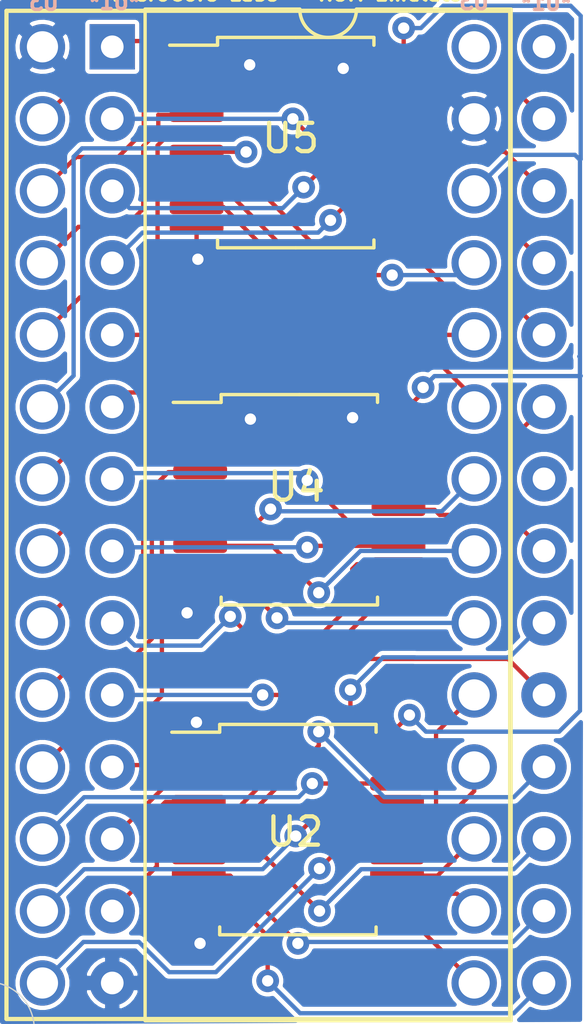
<source format=kicad_pcb>
(kicad_pcb (version 20171130) (host pcbnew "(5.1.8)-1")

  (general
    (thickness 1.6)
    (drawings 10)
    (tracks 315)
    (zones 0)
    (modules 5)
    (nets 55)
  )

  (page A4)
  (layers
    (0 F.Cu signal hide)
    (31 B.Cu signal)
    (32 B.Adhes user hide)
    (33 F.Adhes user hide)
    (34 B.Paste user hide)
    (35 F.Paste user hide)
    (36 B.SilkS user hide)
    (37 F.SilkS user hide)
    (38 B.Mask user hide)
    (39 F.Mask user hide)
    (40 Dwgs.User user hide)
    (41 Cmts.User user hide)
    (42 Eco1.User user hide)
    (43 Eco2.User user hide)
    (44 Edge.Cuts user hide)
    (45 Margin user hide)
    (46 B.CrtYd user hide)
    (47 F.CrtYd user hide)
    (48 B.Fab user hide)
    (49 F.Fab user hide)
  )

  (setup
    (last_trace_width 0.1524)
    (trace_clearance 0.1524)
    (zone_clearance 0.1524)
    (zone_45_only no)
    (trace_min 0.1524)
    (via_size 0.8)
    (via_drill 0.4)
    (via_min_size 0.4)
    (via_min_drill 0.3)
    (uvia_size 0.3)
    (uvia_drill 0.1)
    (uvias_allowed no)
    (uvia_min_size 0.2)
    (uvia_min_drill 0.1)
    (edge_width 0.05)
    (segment_width 0.2)
    (pcb_text_width 0.3)
    (pcb_text_size 1.5 1.5)
    (mod_edge_width 0.12)
    (mod_text_size 1 1)
    (mod_text_width 0.15)
    (pad_size 1.524 1.524)
    (pad_drill 0.762)
    (pad_to_mask_clearance 0)
    (aux_axis_origin 162.6108 118.5926)
    (visible_elements 7FFDFFFF)
    (pcbplotparams
      (layerselection 0x010fc_ffffffff)
      (usegerberextensions true)
      (usegerberattributes false)
      (usegerberadvancedattributes false)
      (creategerberjobfile false)
      (excludeedgelayer true)
      (linewidth 0.100000)
      (plotframeref false)
      (viasonmask false)
      (mode 1)
      (useauxorigin false)
      (hpglpennumber 1)
      (hpglpenspeed 20)
      (hpglpendiameter 15.000000)
      (psnegative false)
      (psa4output false)
      (plotreference true)
      (plotvalue false)
      (plotinvisibletext false)
      (padsonsilk false)
      (subtractmaskfromsilk true)
      (outputformat 1)
      (mirror false)
      (drillshape 0)
      (scaleselection 1)
      (outputdirectory "PCB_Files/"))
  )

  (net 0 "")
  (net 1 "Net-(U1-Pad28)")
  (net 2 GND)
  (net 3 V5_A14)
  (net 4 V5_D2)
  (net 5 V5_A13)
  (net 6 V5_D1)
  (net 7 V5_A8)
  (net 8 V5_D0)
  (net 9 V5_A9)
  (net 10 V5_A0)
  (net 11 V5_A11)
  (net 12 V5_A1)
  (net 13 OE_n)
  (net 14 V5_A2)
  (net 15 V5_A10)
  (net 16 V5_A3)
  (net 17 V5_A4)
  (net 18 V5_D7)
  (net 19 V5_A5)
  (net 20 V5_D6)
  (net 21 V5_A6)
  (net 22 V5_D5)
  (net 23 V5_A7)
  (net 24 V5_D4)
  (net 25 V5_A12)
  (net 26 V5_D3)
  (net 27 V5_A15)
  (net 28 +3V3)
  (net 29 V3_D0)
  (net 30 V3_D1)
  (net 31 V3_D2)
  (net 32 V3_D3)
  (net 33 V3_D4)
  (net 34 V3_D5)
  (net 35 V3_D6)
  (net 36 V3_D7)
  (net 37 "Net-(U3-Pad33)")
  (net 38 V3_A7)
  (net 39 V3_A6)
  (net 40 V3_A5)
  (net 41 V3_A4)
  (net 42 V3_A3)
  (net 43 V3_A2)
  (net 44 V3_A1)
  (net 45 V3_A0)
  (net 46 V3_A15)
  (net 47 V3_A14)
  (net 48 V3_A13)
  (net 49 V3_A12)
  (net 50 V3_A11)
  (net 51 V3_A10)
  (net 52 V3_A9)
  (net 53 V3_A8)
  (net 54 "Net-(U1-Pad22)")

  (net_class Default "This is the default net class."
    (clearance 0.1524)
    (trace_width 0.1524)
    (via_dia 0.8)
    (via_drill 0.4)
    (uvia_dia 0.3)
    (uvia_drill 0.1)
    (add_net +3V3)
    (add_net GND)
    (add_net "Net-(U1-Pad22)")
    (add_net "Net-(U1-Pad28)")
    (add_net "Net-(U3-Pad33)")
    (add_net OE_n)
    (add_net V3_A0)
    (add_net V3_A1)
    (add_net V3_A10)
    (add_net V3_A11)
    (add_net V3_A12)
    (add_net V3_A13)
    (add_net V3_A14)
    (add_net V3_A15)
    (add_net V3_A2)
    (add_net V3_A3)
    (add_net V3_A4)
    (add_net V3_A5)
    (add_net V3_A6)
    (add_net V3_A7)
    (add_net V3_A8)
    (add_net V3_A9)
    (add_net V3_D0)
    (add_net V3_D1)
    (add_net V3_D2)
    (add_net V3_D3)
    (add_net V3_D4)
    (add_net V3_D5)
    (add_net V3_D6)
    (add_net V3_D7)
    (add_net V5_A0)
    (add_net V5_A1)
    (add_net V5_A10)
    (add_net V5_A11)
    (add_net V5_A12)
    (add_net V5_A13)
    (add_net V5_A14)
    (add_net V5_A15)
    (add_net V5_A2)
    (add_net V5_A3)
    (add_net V5_A4)
    (add_net V5_A5)
    (add_net V5_A6)
    (add_net V5_A7)
    (add_net V5_A8)
    (add_net V5_A9)
    (add_net V5_D0)
    (add_net V5_D1)
    (add_net V5_D2)
    (add_net V5_D3)
    (add_net V5_D4)
    (add_net V5_D5)
    (add_net V5_D6)
    (add_net V5_D7)
  )

  (module Teensy:Teensy40 (layer F.Cu) (tedit 601A3FA1) (tstamp 601A9BB5)
    (at 172.1866 100.457 270)
    (path /601A6865)
    (fp_text reference U3 (at -14.2494 10.5156) (layer F.SilkS) hide
      (effects (font (size 1 1) (thickness 0.15)))
    )
    (fp_text value Teensy4.0 (at 0 10.16 90) (layer F.Fab) hide
      (effects (font (size 1 1) (thickness 0.15)))
    )
    (fp_line (start -17.78 8.89) (end -17.78 -8.89) (layer F.SilkS) (width 0.15))
    (fp_line (start 17.78 8.89) (end -17.78 8.89) (layer F.SilkS) (width 0.15))
    (fp_line (start 17.78 -8.89) (end 17.78 8.89) (layer F.SilkS) (width 0.15))
    (fp_line (start -17.78 -8.89) (end 17.78 -8.89) (layer F.SilkS) (width 0.15))
    (pad 20 thru_hole circle (at 16.51 -7.62 270) (size 1.6 1.6) (drill 1.1) (layers *.Cu *.Mask)
      (net 32 V3_D3))
    (pad 14 thru_hole circle (at 16.51 7.62 270) (size 1.6 1.6) (drill 1.1) (layers *.Cu *.Mask)
      (net 31 V3_D2))
    (pad 21 thru_hole circle (at 13.97 -7.62 270) (size 1.6 1.6) (drill 1.1) (layers *.Cu *.Mask)
      (net 33 V3_D4))
    (pad 22 thru_hole circle (at 11.43 -7.62 270) (size 1.6 1.6) (drill 1.1) (layers *.Cu *.Mask)
      (net 34 V3_D5))
    (pad 23 thru_hole circle (at 8.89 -7.62 270) (size 1.6 1.6) (drill 1.1) (layers *.Cu *.Mask)
      (net 35 V3_D6))
    (pad 24 thru_hole circle (at 6.35 -7.62 270) (size 1.6 1.6) (drill 1.1) (layers *.Cu *.Mask)
      (net 36 V3_D7))
    (pad 25 thru_hole circle (at 3.81 -7.62 270) (size 1.6 1.6) (drill 1.1) (layers *.Cu *.Mask)
      (net 45 V3_A0))
    (pad 26 thru_hole circle (at 1.27 -7.62 270) (size 1.6 1.6) (drill 1.1) (layers *.Cu *.Mask)
      (net 44 V3_A1))
    (pad 27 thru_hole circle (at -1.27 -7.62 270) (size 1.6 1.6) (drill 1.1) (layers *.Cu *.Mask)
      (net 43 V3_A2))
    (pad 28 thru_hole circle (at -3.81 -7.62 270) (size 1.6 1.6) (drill 1.1) (layers *.Cu *.Mask)
      (net 52 V3_A9))
    (pad 29 thru_hole circle (at -6.35 -7.62 270) (size 1.6 1.6) (drill 1.1) (layers *.Cu *.Mask)
      (net 39 V3_A6))
    (pad 30 thru_hole circle (at -8.89 -7.62 270) (size 1.6 1.6) (drill 1.1) (layers *.Cu *.Mask)
      (net 53 V3_A8))
    (pad 31 thru_hole circle (at -11.43 -7.62 270) (size 1.6 1.6) (drill 1.1) (layers *.Cu *.Mask)
      (net 28 +3V3))
    (pad 32 thru_hole circle (at -13.97 -7.62 270) (size 1.6 1.6) (drill 1.1) (layers *.Cu *.Mask)
      (net 2 GND))
    (pad 33 thru_hole circle (at -16.51 -7.62 270) (size 1.6 1.6) (drill 1.1) (layers *.Cu *.Mask)
      (net 37 "Net-(U3-Pad33)"))
    (pad 13 thru_hole circle (at 13.97 7.62 270) (size 1.6 1.6) (drill 1.1) (layers *.Cu *.Mask)
      (net 30 V3_D1))
    (pad 12 thru_hole circle (at 11.43 7.62 270) (size 1.6 1.6) (drill 1.1) (layers *.Cu *.Mask)
      (net 29 V3_D0))
    (pad 11 thru_hole circle (at 8.89 7.62 270) (size 1.6 1.6) (drill 1.1) (layers *.Cu *.Mask)
      (net 42 V3_A3))
    (pad 10 thru_hole circle (at 6.35 7.62 270) (size 1.6 1.6) (drill 1.1) (layers *.Cu *.Mask)
      (net 51 V3_A10))
    (pad 9 thru_hole circle (at 3.81 7.62 270) (size 1.6 1.6) (drill 1.1) (layers *.Cu *.Mask)
      (net 41 V3_A4))
    (pad 8 thru_hole circle (at 1.27 7.62 270) (size 1.6 1.6) (drill 1.1) (layers *.Cu *.Mask)
      (net 50 V3_A11))
    (pad 7 thru_hole circle (at -1.27 7.62 270) (size 1.6 1.6) (drill 1.1) (layers *.Cu *.Mask)
      (net 40 V3_A5))
    (pad 6 thru_hole circle (at -3.81 7.62 270) (size 1.6 1.6) (drill 1.1) (layers *.Cu *.Mask)
      (net 38 V3_A7))
    (pad 5 thru_hole circle (at -6.35 7.62 270) (size 1.6 1.6) (drill 1.1) (layers *.Cu *.Mask)
      (net 48 V3_A13))
    (pad 4 thru_hole circle (at -8.89 7.62 270) (size 1.6 1.6) (drill 1.1) (layers *.Cu *.Mask)
      (net 49 V3_A12))
    (pad 3 thru_hole circle (at -11.43 7.62 270) (size 1.6 1.6) (drill 1.1) (layers *.Cu *.Mask)
      (net 47 V3_A14))
    (pad 2 thru_hole circle (at -13.97 7.62 270) (size 1.6 1.6) (drill 1.1) (layers *.Cu *.Mask)
      (net 46 V3_A15))
    (pad 1 thru_hole circle (at -16.51 7.62 270) (size 1.6 1.6) (drill 1.1) (layers *.Cu *.Mask)
      (net 2 GND))
    (model ${KICAD_USER_DIR}/teensy.pretty/Teensy_4.0_Assembly.STEP
      (offset (xyz 33 9.5 -11))
      (scale (xyz 1 1 1))
      (rotate (xyz -90 0 0))
    )
  )

  (module Package_SO:SSOP-20_5.3x7.2mm_P0.65mm (layer F.Cu) (tedit 5D9F72B1) (tstamp 601AC1FF)
    (at 173.5074 87.3252)
    (descr "SSOP, 20 Pin (http://ww1.microchip.com/downloads/en/DeviceDoc/40001800C.pdf), generated with kicad-footprint-generator ipc_gullwing_generator.py")
    (tags "SSOP SO")
    (path /601FC8F4)
    (attr smd)
    (fp_text reference U5 (at -0.1778 -0.1524) (layer F.SilkS)
      (effects (font (size 1 1) (thickness 0.15)))
    )
    (fp_text value 74LS245 (at 0 4.55) (layer F.Fab)
      (effects (font (size 1 1) (thickness 0.15)))
    )
    (fp_line (start 0 3.71) (end 2.76 3.71) (layer F.SilkS) (width 0.12))
    (fp_line (start 2.76 3.71) (end 2.76 3.435) (layer F.SilkS) (width 0.12))
    (fp_line (start 0 3.71) (end -2.76 3.71) (layer F.SilkS) (width 0.12))
    (fp_line (start -2.76 3.71) (end -2.76 3.435) (layer F.SilkS) (width 0.12))
    (fp_line (start 0 -3.71) (end 2.76 -3.71) (layer F.SilkS) (width 0.12))
    (fp_line (start 2.76 -3.71) (end 2.76 -3.435) (layer F.SilkS) (width 0.12))
    (fp_line (start 0 -3.71) (end -2.76 -3.71) (layer F.SilkS) (width 0.12))
    (fp_line (start -2.76 -3.71) (end -2.76 -3.435) (layer F.SilkS) (width 0.12))
    (fp_line (start -2.76 -3.435) (end -4.45 -3.435) (layer F.SilkS) (width 0.12))
    (fp_line (start -1.65 -3.6) (end 2.65 -3.6) (layer F.Fab) (width 0.1))
    (fp_line (start 2.65 -3.6) (end 2.65 3.6) (layer F.Fab) (width 0.1))
    (fp_line (start 2.65 3.6) (end -2.65 3.6) (layer F.Fab) (width 0.1))
    (fp_line (start -2.65 3.6) (end -2.65 -2.6) (layer F.Fab) (width 0.1))
    (fp_line (start -2.65 -2.6) (end -1.65 -3.6) (layer F.Fab) (width 0.1))
    (fp_line (start -4.7 -3.85) (end -4.7 3.85) (layer F.CrtYd) (width 0.05))
    (fp_line (start -4.7 3.85) (end 4.7 3.85) (layer F.CrtYd) (width 0.05))
    (fp_line (start 4.7 3.85) (end 4.7 -3.85) (layer F.CrtYd) (width 0.05))
    (fp_line (start 4.7 -3.85) (end -4.7 -3.85) (layer F.CrtYd) (width 0.05))
    (fp_text user %R (at 0 0) (layer F.Fab)
      (effects (font (size 1 1) (thickness 0.15)))
    )
    (pad 1 smd roundrect (at -3.5 -2.925) (size 1.9 0.5) (layers F.Cu F.Paste F.Mask) (roundrect_rratio 0.25)
      (net 2 GND))
    (pad 2 smd roundrect (at -3.5 -2.275) (size 1.9 0.5) (layers F.Cu F.Paste F.Mask) (roundrect_rratio 0.25)
      (net 46 V3_A15))
    (pad 3 smd roundrect (at -3.5 -1.625) (size 1.9 0.5) (layers F.Cu F.Paste F.Mask) (roundrect_rratio 0.25)
      (net 47 V3_A14))
    (pad 4 smd roundrect (at -3.5 -0.975) (size 1.9 0.5) (layers F.Cu F.Paste F.Mask) (roundrect_rratio 0.25)
      (net 49 V3_A12))
    (pad 5 smd roundrect (at -3.5 -0.325) (size 1.9 0.5) (layers F.Cu F.Paste F.Mask) (roundrect_rratio 0.25)
      (net 48 V3_A13))
    (pad 6 smd roundrect (at -3.5 0.325) (size 1.9 0.5) (layers F.Cu F.Paste F.Mask) (roundrect_rratio 0.25)
      (net 38 V3_A7))
    (pad 7 smd roundrect (at -3.5 0.975) (size 1.9 0.5) (layers F.Cu F.Paste F.Mask) (roundrect_rratio 0.25)
      (net 53 V3_A8))
    (pad 8 smd roundrect (at -3.5 1.625) (size 1.9 0.5) (layers F.Cu F.Paste F.Mask) (roundrect_rratio 0.25)
      (net 39 V3_A6))
    (pad 9 smd roundrect (at -3.5 2.275) (size 1.9 0.5) (layers F.Cu F.Paste F.Mask) (roundrect_rratio 0.25)
      (net 52 V3_A9))
    (pad 10 smd roundrect (at -3.5 2.925) (size 1.9 0.5) (layers F.Cu F.Paste F.Mask) (roundrect_rratio 0.25)
      (net 2 GND))
    (pad 11 smd roundrect (at 3.5 2.925) (size 1.9 0.5) (layers F.Cu F.Paste F.Mask) (roundrect_rratio 0.25)
      (net 9 V5_A9))
    (pad 12 smd roundrect (at 3.5 2.275) (size 1.9 0.5) (layers F.Cu F.Paste F.Mask) (roundrect_rratio 0.25)
      (net 21 V5_A6))
    (pad 13 smd roundrect (at 3.5 1.625) (size 1.9 0.5) (layers F.Cu F.Paste F.Mask) (roundrect_rratio 0.25)
      (net 7 V5_A8))
    (pad 14 smd roundrect (at 3.5 0.975) (size 1.9 0.5) (layers F.Cu F.Paste F.Mask) (roundrect_rratio 0.25)
      (net 23 V5_A7))
    (pad 15 smd roundrect (at 3.5 0.325) (size 1.9 0.5) (layers F.Cu F.Paste F.Mask) (roundrect_rratio 0.25)
      (net 5 V5_A13))
    (pad 16 smd roundrect (at 3.5 -0.325) (size 1.9 0.5) (layers F.Cu F.Paste F.Mask) (roundrect_rratio 0.25)
      (net 25 V5_A12))
    (pad 17 smd roundrect (at 3.5 -0.975) (size 1.9 0.5) (layers F.Cu F.Paste F.Mask) (roundrect_rratio 0.25)
      (net 3 V5_A14))
    (pad 18 smd roundrect (at 3.5 -1.625) (size 1.9 0.5) (layers F.Cu F.Paste F.Mask) (roundrect_rratio 0.25)
      (net 27 V5_A15))
    (pad 19 smd roundrect (at 3.5 -2.275) (size 1.9 0.5) (layers F.Cu F.Paste F.Mask) (roundrect_rratio 0.25)
      (net 2 GND))
    (pad 20 smd roundrect (at 3.5 -2.925) (size 1.9 0.5) (layers F.Cu F.Paste F.Mask) (roundrect_rratio 0.25)
      (net 28 +3V3))
    (model ${KISYS3DMOD}/Package_SO.3dshapes/SSOP-20_5.3x7.2mm_P0.65mm.wrl
      (at (xyz 0 0 0))
      (scale (xyz 1 1 1))
      (rotate (xyz 0 0 0))
    )
  )

  (module Package_SO:SSOP-20_5.3x7.2mm_P0.65mm (layer F.Cu) (tedit 5D9F72B1) (tstamp 601AC1D4)
    (at 173.6344 99.9236)
    (descr "SSOP, 20 Pin (http://ww1.microchip.com/downloads/en/DeviceDoc/40001800C.pdf), generated with kicad-footprint-generator ipc_gullwing_generator.py")
    (tags "SSOP SO")
    (path /601CCDA1)
    (attr smd)
    (fp_text reference U4 (at -0.1016 -0.4572) (layer F.SilkS)
      (effects (font (size 1 1) (thickness 0.15)))
    )
    (fp_text value 74LS245 (at 0 4.55) (layer F.Fab)
      (effects (font (size 1 1) (thickness 0.15)))
    )
    (fp_line (start 4.7 -3.85) (end -4.7 -3.85) (layer F.CrtYd) (width 0.05))
    (fp_line (start 4.7 3.85) (end 4.7 -3.85) (layer F.CrtYd) (width 0.05))
    (fp_line (start -4.7 3.85) (end 4.7 3.85) (layer F.CrtYd) (width 0.05))
    (fp_line (start -4.7 -3.85) (end -4.7 3.85) (layer F.CrtYd) (width 0.05))
    (fp_line (start -2.65 -2.6) (end -1.65 -3.6) (layer F.Fab) (width 0.1))
    (fp_line (start -2.65 3.6) (end -2.65 -2.6) (layer F.Fab) (width 0.1))
    (fp_line (start 2.65 3.6) (end -2.65 3.6) (layer F.Fab) (width 0.1))
    (fp_line (start 2.65 -3.6) (end 2.65 3.6) (layer F.Fab) (width 0.1))
    (fp_line (start -1.65 -3.6) (end 2.65 -3.6) (layer F.Fab) (width 0.1))
    (fp_line (start -2.76 -3.435) (end -4.45 -3.435) (layer F.SilkS) (width 0.12))
    (fp_line (start -2.76 -3.71) (end -2.76 -3.435) (layer F.SilkS) (width 0.12))
    (fp_line (start 0 -3.71) (end -2.76 -3.71) (layer F.SilkS) (width 0.12))
    (fp_line (start 2.76 -3.71) (end 2.76 -3.435) (layer F.SilkS) (width 0.12))
    (fp_line (start 0 -3.71) (end 2.76 -3.71) (layer F.SilkS) (width 0.12))
    (fp_line (start -2.76 3.71) (end -2.76 3.435) (layer F.SilkS) (width 0.12))
    (fp_line (start 0 3.71) (end -2.76 3.71) (layer F.SilkS) (width 0.12))
    (fp_line (start 2.76 3.71) (end 2.76 3.435) (layer F.SilkS) (width 0.12))
    (fp_line (start 0 3.71) (end 2.76 3.71) (layer F.SilkS) (width 0.12))
    (fp_text user %R (at 0 0) (layer F.Fab)
      (effects (font (size 1 1) (thickness 0.15)))
    )
    (pad 20 smd roundrect (at 3.5 -2.925) (size 1.9 0.5) (layers F.Cu F.Paste F.Mask) (roundrect_rratio 0.25)
      (net 28 +3V3))
    (pad 19 smd roundrect (at 3.5 -2.275) (size 1.9 0.5) (layers F.Cu F.Paste F.Mask) (roundrect_rratio 0.25)
      (net 2 GND))
    (pad 18 smd roundrect (at 3.5 -1.625) (size 1.9 0.5) (layers F.Cu F.Paste F.Mask) (roundrect_rratio 0.25)
      (net 19 V5_A5))
    (pad 17 smd roundrect (at 3.5 -0.975) (size 1.9 0.5) (layers F.Cu F.Paste F.Mask) (roundrect_rratio 0.25)
      (net 11 V5_A11))
    (pad 16 smd roundrect (at 3.5 -0.325) (size 1.9 0.5) (layers F.Cu F.Paste F.Mask) (roundrect_rratio 0.25)
      (net 17 V5_A4))
    (pad 15 smd roundrect (at 3.5 0.325) (size 1.9 0.5) (layers F.Cu F.Paste F.Mask) (roundrect_rratio 0.25)
      (net 15 V5_A10))
    (pad 14 smd roundrect (at 3.5 0.975) (size 1.9 0.5) (layers F.Cu F.Paste F.Mask) (roundrect_rratio 0.25)
      (net 16 V5_A3))
    (pad 13 smd roundrect (at 3.5 1.625) (size 1.9 0.5) (layers F.Cu F.Paste F.Mask) (roundrect_rratio 0.25)
      (net 14 V5_A2))
    (pad 12 smd roundrect (at 3.5 2.275) (size 1.9 0.5) (layers F.Cu F.Paste F.Mask) (roundrect_rratio 0.25)
      (net 12 V5_A1))
    (pad 11 smd roundrect (at 3.5 2.925) (size 1.9 0.5) (layers F.Cu F.Paste F.Mask) (roundrect_rratio 0.25)
      (net 10 V5_A0))
    (pad 10 smd roundrect (at -3.5 2.925) (size 1.9 0.5) (layers F.Cu F.Paste F.Mask) (roundrect_rratio 0.25)
      (net 2 GND))
    (pad 9 smd roundrect (at -3.5 2.275) (size 1.9 0.5) (layers F.Cu F.Paste F.Mask) (roundrect_rratio 0.25)
      (net 45 V3_A0))
    (pad 8 smd roundrect (at -3.5 1.625) (size 1.9 0.5) (layers F.Cu F.Paste F.Mask) (roundrect_rratio 0.25)
      (net 44 V3_A1))
    (pad 7 smd roundrect (at -3.5 0.975) (size 1.9 0.5) (layers F.Cu F.Paste F.Mask) (roundrect_rratio 0.25)
      (net 43 V3_A2))
    (pad 6 smd roundrect (at -3.5 0.325) (size 1.9 0.5) (layers F.Cu F.Paste F.Mask) (roundrect_rratio 0.25)
      (net 42 V3_A3))
    (pad 5 smd roundrect (at -3.5 -0.325) (size 1.9 0.5) (layers F.Cu F.Paste F.Mask) (roundrect_rratio 0.25)
      (net 51 V3_A10))
    (pad 4 smd roundrect (at -3.5 -0.975) (size 1.9 0.5) (layers F.Cu F.Paste F.Mask) (roundrect_rratio 0.25)
      (net 41 V3_A4))
    (pad 3 smd roundrect (at -3.5 -1.625) (size 1.9 0.5) (layers F.Cu F.Paste F.Mask) (roundrect_rratio 0.25)
      (net 50 V3_A11))
    (pad 2 smd roundrect (at -3.5 -2.275) (size 1.9 0.5) (layers F.Cu F.Paste F.Mask) (roundrect_rratio 0.25)
      (net 40 V3_A5))
    (pad 1 smd roundrect (at -3.5 -2.925) (size 1.9 0.5) (layers F.Cu F.Paste F.Mask) (roundrect_rratio 0.25)
      (net 2 GND))
    (model ${KISYS3DMOD}/Package_SO.3dshapes/SSOP-20_5.3x7.2mm_P0.65mm.wrl
      (at (xyz 0 0 0))
      (scale (xyz 1 1 1))
      (rotate (xyz 0 0 0))
    )
  )

  (module Package_SO:SSOP-20_5.3x7.2mm_P0.65mm (layer F.Cu) (tedit 5D9F72B1) (tstamp 601A9B65)
    (at 173.5836 111.5568)
    (descr "SSOP, 20 Pin (http://ww1.microchip.com/downloads/en/DeviceDoc/40001800C.pdf), generated with kicad-footprint-generator ipc_gullwing_generator.py")
    (tags "SSOP SO")
    (path /601A9F2F)
    (attr smd)
    (fp_text reference U2 (at -0.1016 0.0762) (layer F.SilkS)
      (effects (font (size 1 1) (thickness 0.15)))
    )
    (fp_text value 74LS245 (at 3.81 25.19) (layer F.Fab)
      (effects (font (size 1 1) (thickness 0.15)))
    )
    (fp_line (start 4.7 -3.85) (end -4.7 -3.85) (layer F.CrtYd) (width 0.05))
    (fp_line (start 4.7 3.85) (end 4.7 -3.85) (layer F.CrtYd) (width 0.05))
    (fp_line (start -4.7 3.85) (end 4.7 3.85) (layer F.CrtYd) (width 0.05))
    (fp_line (start -4.7 -3.85) (end -4.7 3.85) (layer F.CrtYd) (width 0.05))
    (fp_line (start -2.65 -2.6) (end -1.65 -3.6) (layer F.Fab) (width 0.1))
    (fp_line (start -2.65 3.6) (end -2.65 -2.6) (layer F.Fab) (width 0.1))
    (fp_line (start 2.65 3.6) (end -2.65 3.6) (layer F.Fab) (width 0.1))
    (fp_line (start 2.65 -3.6) (end 2.65 3.6) (layer F.Fab) (width 0.1))
    (fp_line (start -1.65 -3.6) (end 2.65 -3.6) (layer F.Fab) (width 0.1))
    (fp_line (start -2.76 -3.435) (end -4.45 -3.435) (layer F.SilkS) (width 0.12))
    (fp_line (start -2.76 -3.71) (end -2.76 -3.435) (layer F.SilkS) (width 0.12))
    (fp_line (start 0 -3.71) (end -2.76 -3.71) (layer F.SilkS) (width 0.12))
    (fp_line (start 2.76 -3.71) (end 2.76 -3.435) (layer F.SilkS) (width 0.12))
    (fp_line (start 0 -3.71) (end 2.76 -3.71) (layer F.SilkS) (width 0.12))
    (fp_line (start -2.76 3.71) (end -2.76 3.435) (layer F.SilkS) (width 0.12))
    (fp_line (start 0 3.71) (end -2.76 3.71) (layer F.SilkS) (width 0.12))
    (fp_line (start 2.76 3.71) (end 2.76 3.435) (layer F.SilkS) (width 0.12))
    (fp_line (start 0 3.71) (end 2.76 3.71) (layer F.SilkS) (width 0.12))
    (pad 20 smd roundrect (at 3.5 -2.925) (size 1.9 0.5) (layers F.Cu F.Paste F.Mask) (roundrect_rratio 0.25)
      (net 28 +3V3))
    (pad 19 smd roundrect (at 3.5 -2.275) (size 1.9 0.5) (layers F.Cu F.Paste F.Mask) (roundrect_rratio 0.25)
      (net 13 OE_n))
    (pad 18 smd roundrect (at 3.5 -1.625) (size 1.9 0.5) (layers F.Cu F.Paste F.Mask) (roundrect_rratio 0.25)
      (net 29 V3_D0))
    (pad 17 smd roundrect (at 3.5 -0.975) (size 1.9 0.5) (layers F.Cu F.Paste F.Mask) (roundrect_rratio 0.25)
      (net 30 V3_D1))
    (pad 16 smd roundrect (at 3.5 -0.325) (size 1.9 0.5) (layers F.Cu F.Paste F.Mask) (roundrect_rratio 0.25)
      (net 31 V3_D2))
    (pad 15 smd roundrect (at 3.5 0.325) (size 1.9 0.5) (layers F.Cu F.Paste F.Mask) (roundrect_rratio 0.25)
      (net 36 V3_D7))
    (pad 14 smd roundrect (at 3.5 0.975) (size 1.9 0.5) (layers F.Cu F.Paste F.Mask) (roundrect_rratio 0.25)
      (net 35 V3_D6))
    (pad 13 smd roundrect (at 3.5 1.625) (size 1.9 0.5) (layers F.Cu F.Paste F.Mask) (roundrect_rratio 0.25)
      (net 34 V3_D5))
    (pad 12 smd roundrect (at 3.5 2.275) (size 1.9 0.5) (layers F.Cu F.Paste F.Mask) (roundrect_rratio 0.25)
      (net 33 V3_D4))
    (pad 11 smd roundrect (at 3.5 2.925) (size 1.9 0.5) (layers F.Cu F.Paste F.Mask) (roundrect_rratio 0.25)
      (net 32 V3_D3))
    (pad 10 smd roundrect (at -3.5 2.925) (size 1.9 0.5) (layers F.Cu F.Paste F.Mask) (roundrect_rratio 0.25)
      (net 2 GND))
    (pad 9 smd roundrect (at -3.5 2.275) (size 1.9 0.5) (layers F.Cu F.Paste F.Mask) (roundrect_rratio 0.25)
      (net 26 V5_D3))
    (pad 8 smd roundrect (at -3.5 1.625) (size 1.9 0.5) (layers F.Cu F.Paste F.Mask) (roundrect_rratio 0.25)
      (net 24 V5_D4))
    (pad 7 smd roundrect (at -3.5 0.975) (size 1.9 0.5) (layers F.Cu F.Paste F.Mask) (roundrect_rratio 0.25)
      (net 22 V5_D5))
    (pad 6 smd roundrect (at -3.5 0.325) (size 1.9 0.5) (layers F.Cu F.Paste F.Mask) (roundrect_rratio 0.25)
      (net 20 V5_D6))
    (pad 5 smd roundrect (at -3.5 -0.325) (size 1.9 0.5) (layers F.Cu F.Paste F.Mask) (roundrect_rratio 0.25)
      (net 18 V5_D7))
    (pad 4 smd roundrect (at -3.5 -0.975) (size 1.9 0.5) (layers F.Cu F.Paste F.Mask) (roundrect_rratio 0.25)
      (net 4 V5_D2))
    (pad 3 smd roundrect (at -3.5 -1.625) (size 1.9 0.5) (layers F.Cu F.Paste F.Mask) (roundrect_rratio 0.25)
      (net 6 V5_D1))
    (pad 2 smd roundrect (at -3.5 -2.275) (size 1.9 0.5) (layers F.Cu F.Paste F.Mask) (roundrect_rratio 0.25)
      (net 8 V5_D0))
    (pad 1 smd roundrect (at -3.5 -2.925) (size 1.9 0.5) (layers F.Cu F.Paste F.Mask) (roundrect_rratio 0.25)
      (net 2 GND))
    (model ${KISYS3DMOD}/Package_SO.3dshapes/SSOP-20_5.3x7.2mm_P0.65mm.wrl
      (at (xyz 0 0 0))
      (scale (xyz 1 1 1))
      (rotate (xyz 0 0 0))
    )
  )

  (module Package_DIP:DIP-28_W15.24mm (layer F.Cu) (tedit 5A02E8C5) (tstamp 601A9B35)
    (at 167.0304 83.947)
    (descr "28-lead though-hole mounted DIP package, row spacing 15.24 mm (600 mils)")
    (tags "THT DIP DIL PDIP 2.54mm 15.24mm 600mil")
    (path /601A8B4C)
    (fp_text reference U1 (at -5.3848 0.7366) (layer F.SilkS) hide
      (effects (font (size 1 1) (thickness 0.15)))
    )
    (fp_text value 27C512 (at 7.62 35.35) (layer F.Fab) hide
      (effects (font (size 1 1) (thickness 0.15)))
    )
    (fp_line (start 16.3 -1.55) (end -1.05 -1.55) (layer F.CrtYd) (width 0.05))
    (fp_line (start 16.3 34.55) (end 16.3 -1.55) (layer F.CrtYd) (width 0.05))
    (fp_line (start -1.05 34.55) (end 16.3 34.55) (layer F.CrtYd) (width 0.05))
    (fp_line (start -1.05 -1.55) (end -1.05 34.55) (layer F.CrtYd) (width 0.05))
    (fp_line (start 14.08 -1.33) (end 8.62 -1.33) (layer F.SilkS) (width 0.12))
    (fp_line (start 14.08 34.35) (end 14.08 -1.33) (layer F.SilkS) (width 0.12))
    (fp_line (start 1.16 34.35) (end 14.08 34.35) (layer F.SilkS) (width 0.12))
    (fp_line (start 1.16 -1.33) (end 1.16 34.35) (layer F.SilkS) (width 0.12))
    (fp_line (start 6.62 -1.33) (end 1.16 -1.33) (layer F.SilkS) (width 0.12))
    (fp_line (start 0.255 -0.27) (end 1.255 -1.27) (layer F.Fab) (width 0.1))
    (fp_line (start 0.255 34.29) (end 0.255 -0.27) (layer F.Fab) (width 0.1))
    (fp_line (start 14.985 34.29) (end 0.255 34.29) (layer F.Fab) (width 0.1))
    (fp_line (start 14.985 -1.27) (end 14.985 34.29) (layer F.Fab) (width 0.1))
    (fp_line (start 1.255 -1.27) (end 14.985 -1.27) (layer F.Fab) (width 0.1))
    (fp_text user %R (at 7.62 16.51) (layer F.Fab) hide
      (effects (font (size 1 1) (thickness 0.15)))
    )
    (fp_arc (start 7.62 -1.33) (end 6.62 -1.33) (angle -180) (layer F.SilkS) (width 0.12))
    (pad 28 thru_hole oval (at 15.24 0) (size 1.6 1.6) (drill 0.8) (layers *.Cu *.Mask)
      (net 1 "Net-(U1-Pad28)"))
    (pad 14 thru_hole oval (at 0 33.02) (size 1.6 1.6) (drill 0.8) (layers *.Cu *.Mask)
      (net 2 GND))
    (pad 27 thru_hole oval (at 15.24 2.54) (size 1.6 1.6) (drill 0.8) (layers *.Cu *.Mask)
      (net 3 V5_A14))
    (pad 13 thru_hole oval (at 0 30.48) (size 1.6 1.6) (drill 0.8) (layers *.Cu *.Mask)
      (net 4 V5_D2))
    (pad 26 thru_hole oval (at 15.24 5.08) (size 1.6 1.6) (drill 0.8) (layers *.Cu *.Mask)
      (net 5 V5_A13))
    (pad 12 thru_hole oval (at 0 27.94) (size 1.6 1.6) (drill 0.8) (layers *.Cu *.Mask)
      (net 6 V5_D1))
    (pad 25 thru_hole oval (at 15.24 7.62) (size 1.6 1.6) (drill 0.8) (layers *.Cu *.Mask)
      (net 7 V5_A8))
    (pad 11 thru_hole oval (at 0 25.4) (size 1.6 1.6) (drill 0.8) (layers *.Cu *.Mask)
      (net 8 V5_D0))
    (pad 24 thru_hole oval (at 15.24 10.16) (size 1.6 1.6) (drill 0.8) (layers *.Cu *.Mask)
      (net 9 V5_A9))
    (pad 10 thru_hole oval (at 0 22.86) (size 1.6 1.6) (drill 0.8) (layers *.Cu *.Mask)
      (net 10 V5_A0))
    (pad 23 thru_hole oval (at 15.24 12.7) (size 1.6 1.6) (drill 0.8) (layers *.Cu *.Mask)
      (net 11 V5_A11))
    (pad 9 thru_hole oval (at 0 20.32) (size 1.6 1.6) (drill 0.8) (layers *.Cu *.Mask)
      (net 12 V5_A1))
    (pad 22 thru_hole oval (at 15.24 15.24) (size 1.6 1.6) (drill 0.8) (layers *.Cu *.Mask)
      (net 54 "Net-(U1-Pad22)"))
    (pad 8 thru_hole oval (at 0 17.78) (size 1.6 1.6) (drill 0.8) (layers *.Cu *.Mask)
      (net 14 V5_A2))
    (pad 21 thru_hole oval (at 15.24 17.78) (size 1.6 1.6) (drill 0.8) (layers *.Cu *.Mask)
      (net 15 V5_A10))
    (pad 7 thru_hole oval (at 0 15.24) (size 1.6 1.6) (drill 0.8) (layers *.Cu *.Mask)
      (net 16 V5_A3))
    (pad 20 thru_hole oval (at 15.24 20.32) (size 1.6 1.6) (drill 0.8) (layers *.Cu *.Mask)
      (net 13 OE_n))
    (pad 6 thru_hole oval (at 0 12.7) (size 1.6 1.6) (drill 0.8) (layers *.Cu *.Mask)
      (net 17 V5_A4))
    (pad 19 thru_hole oval (at 15.24 22.86) (size 1.6 1.6) (drill 0.8) (layers *.Cu *.Mask)
      (net 18 V5_D7))
    (pad 5 thru_hole oval (at 0 10.16) (size 1.6 1.6) (drill 0.8) (layers *.Cu *.Mask)
      (net 19 V5_A5))
    (pad 18 thru_hole oval (at 15.24 25.4) (size 1.6 1.6) (drill 0.8) (layers *.Cu *.Mask)
      (net 20 V5_D6))
    (pad 4 thru_hole oval (at 0 7.62) (size 1.6 1.6) (drill 0.8) (layers *.Cu *.Mask)
      (net 21 V5_A6))
    (pad 17 thru_hole oval (at 15.24 27.94) (size 1.6 1.6) (drill 0.8) (layers *.Cu *.Mask)
      (net 22 V5_D5))
    (pad 3 thru_hole oval (at 0 5.08) (size 1.6 1.6) (drill 0.8) (layers *.Cu *.Mask)
      (net 23 V5_A7))
    (pad 16 thru_hole oval (at 15.24 30.48) (size 1.6 1.6) (drill 0.8) (layers *.Cu *.Mask)
      (net 24 V5_D4))
    (pad 2 thru_hole oval (at 0 2.54) (size 1.6 1.6) (drill 0.8) (layers *.Cu *.Mask)
      (net 25 V5_A12))
    (pad 15 thru_hole oval (at 15.24 33.02) (size 1.6 1.6) (drill 0.8) (layers *.Cu *.Mask)
      (net 26 V5_D3))
    (pad 1 thru_hole rect (at 0 0) (size 1.6 1.6) (drill 0.8) (layers *.Cu *.Mask)
      (net 27 V5_A15))
  )

  (gr_text U3 (at 164.6174 82.3976) (layer B.SilkS) (tstamp 601E1088)
    (effects (font (size 0.508 0.508) (thickness 0.127)) (justify mirror))
  )
  (gr_text U3 (at 179.8066 82.3722) (layer B.SilkS) (tstamp 601E1088)
    (effects (font (size 0.508 0.508) (thickness 0.127)) (justify mirror))
  )
  (gr_text "*U1*\n" (at 182.3466 82.3976) (layer B.SilkS) (tstamp 601E0EA6)
    (effects (font (size 0.508 0.508) (thickness 0.127)) (justify mirror))
  )
  (gr_text *U1* (at 167.1066 82.3722) (layer B.SilkS) (tstamp 601E0E9E)
    (effects (font (size 0.508 0.508) (thickness 0.127)) (justify mirror))
  )
  (gr_text "MicroCore Labs - ROM Emulator" (at 173.355 82.0674) (layer F.SilkS)
    (effects (font (size 0.508 0.508) (thickness 0.127)))
  )
  (target plus (at 162.6108 118.5926) (size 5) (width 0.05) (layer Edge.Cuts))
  (gr_line (start 162.6108 118.5926) (end 162.6108 81.534) (layer Edge.Cuts) (width 0.05))
  (gr_line (start 184.1246 118.5926) (end 162.6108 118.5926) (layer Edge.Cuts) (width 0.05))
  (gr_line (start 184.1246 81.534) (end 184.1246 118.5926) (layer Edge.Cuts) (width 0.05))
  (gr_line (start 162.6108 81.534) (end 184.1246 81.534) (layer Edge.Cuts) (width 0.05))

  (via (at 171.8818 84.582) (size 0.8) (drill 0.4) (layers F.Cu B.Cu) (net 2))
  (segment (start 171.7 84.4002) (end 171.8818 84.582) (width 0.1524) (layer F.Cu) (net 2))
  (segment (start 170.0074 84.4002) (end 171.7 84.4002) (width 0.1524) (layer F.Cu) (net 2) (status 10))
  (via (at 170.053 91.44) (size 0.8) (drill 0.4) (layers F.Cu B.Cu) (net 2))
  (segment (start 170.0074 90.2502) (end 170.0074 91.3944) (width 0.1524) (layer F.Cu) (net 2) (status 10))
  (segment (start 170.0074 91.3944) (end 170.053 91.44) (width 0.1524) (layer F.Cu) (net 2))
  (via (at 171.9072 97.0788) (size 0.8) (drill 0.4) (layers F.Cu B.Cu) (net 2))
  (segment (start 171.827 96.9986) (end 171.9072 97.0788) (width 0.1524) (layer F.Cu) (net 2))
  (segment (start 170.1344 96.9986) (end 171.827 96.9986) (width 0.1524) (layer F.Cu) (net 2) (status 10))
  (via (at 170.0022 107.7722) (size 0.8) (drill 0.4) (layers F.Cu B.Cu) (net 2))
  (segment (start 170.0836 107.8536) (end 170.0022 107.7722) (width 0.1524) (layer F.Cu) (net 2))
  (segment (start 170.0836 108.6318) (end 170.0836 107.8536) (width 0.1524) (layer F.Cu) (net 2) (status 10))
  (segment (start 170.0836 115.5244) (end 170.1292 115.57) (width 0.1524) (layer F.Cu) (net 2))
  (segment (start 170.0836 114.4818) (end 170.0836 115.5244) (width 0.1524) (layer F.Cu) (net 2) (status 10))
  (via (at 170.1292 115.57) (size 0.8) (drill 0.4) (layers F.Cu B.Cu) (net 2))
  (via (at 175.1838 84.709) (size 0.8) (drill 0.4) (layers F.Cu B.Cu) (net 2))
  (segment (start 175.525 85.0502) (end 175.1838 84.709) (width 0.1524) (layer F.Cu) (net 2))
  (segment (start 177.0074 85.0502) (end 175.525 85.0502) (width 0.1524) (layer F.Cu) (net 2))
  (via (at 175.514 97.028) (size 0.8) (drill 0.4) (layers F.Cu B.Cu) (net 2))
  (segment (start 176.1346 97.6486) (end 175.514 97.028) (width 0.1524) (layer F.Cu) (net 2))
  (segment (start 177.1344 97.6486) (end 176.1346 97.6486) (width 0.1524) (layer F.Cu) (net 2))
  (via (at 169.672 103.9114) (size 0.8) (drill 0.4) (layers F.Cu B.Cu) (net 2))
  (segment (start 170.1344 103.449) (end 169.672 103.9114) (width 0.1524) (layer F.Cu) (net 2))
  (segment (start 170.1344 102.8486) (end 170.1344 103.449) (width 0.1524) (layer F.Cu) (net 2))
  (segment (start 181.0004 85.217) (end 182.2704 86.487) (width 0.1524) (layer F.Cu) (net 3))
  (segment (start 179.1462 85.217) (end 181.0004 85.217) (width 0.1524) (layer F.Cu) (net 3))
  (segment (start 178.013 86.3502) (end 179.1462 85.217) (width 0.1524) (layer F.Cu) (net 3))
  (segment (start 177.0074 86.3502) (end 178.013 86.3502) (width 0.1524) (layer F.Cu) (net 3))
  (segment (start 168.6052 112.8522) (end 167.0304 114.427) (width 0.1524) (layer F.Cu) (net 4))
  (segment (start 168.9071 110.5818) (end 168.6052 110.8837) (width 0.1524) (layer F.Cu) (net 4))
  (segment (start 168.6052 110.8837) (end 168.6052 112.8522) (width 0.1524) (layer F.Cu) (net 4))
  (segment (start 170.0836 110.5818) (end 168.9071 110.5818) (width 0.1524) (layer F.Cu) (net 4))
  (segment (start 180.8936 87.6502) (end 182.2704 89.027) (width 0.1524) (layer F.Cu) (net 5) (status 20))
  (segment (start 177.0074 87.6502) (end 180.8936 87.6502) (width 0.1524) (layer F.Cu) (net 5) (status 10))
  (segment (start 168.9856 109.9318) (end 167.0304 111.887) (width 0.1524) (layer F.Cu) (net 6) (status 20))
  (segment (start 170.0836 109.9318) (end 168.9856 109.9318) (width 0.1524) (layer F.Cu) (net 6) (status 10))
  (segment (start 181.0512 90.3478) (end 182.2704 91.567) (width 0.1524) (layer F.Cu) (net 7))
  (segment (start 179.2732 90.3478) (end 181.0512 90.3478) (width 0.1524) (layer F.Cu) (net 7))
  (segment (start 177.8756 88.9502) (end 179.2732 90.3478) (width 0.1524) (layer F.Cu) (net 7))
  (segment (start 177.0074 88.9502) (end 177.8756 88.9502) (width 0.1524) (layer F.Cu) (net 7))
  (segment (start 167.0956 109.2818) (end 167.0304 109.347) (width 0.1524) (layer F.Cu) (net 8) (status 30))
  (segment (start 170.0836 109.2818) (end 167.0956 109.2818) (width 0.1524) (layer F.Cu) (net 8) (status 30))
  (segment (start 181.0258 92.8624) (end 182.2704 94.107) (width 0.1524) (layer F.Cu) (net 9))
  (segment (start 179.2732 92.8624) (end 181.0258 92.8624) (width 0.1524) (layer F.Cu) (net 9))
  (segment (start 177.0074 90.5966) (end 179.2732 92.8624) (width 0.1524) (layer F.Cu) (net 9))
  (segment (start 177.0074 90.2502) (end 177.0074 90.5966) (width 0.1524) (layer F.Cu) (net 9))
  (segment (start 177.1344 102.8486) (end 173.176 106.807) (width 0.1524) (layer F.Cu) (net 10) (status 10))
  (via (at 172.339 106.807) (size 0.8) (drill 0.4) (layers F.Cu B.Cu) (net 10))
  (segment (start 167.0304 106.807) (end 172.339 106.807) (width 0.1524) (layer B.Cu) (net 10) (status 10))
  (segment (start 172.339 106.807) (end 173.176 106.807) (width 0.1524) (layer F.Cu) (net 10))
  (segment (start 180.9496 97.9678) (end 182.2704 96.647) (width 0.1524) (layer F.Cu) (net 11))
  (segment (start 179.1462 97.9678) (end 180.9496 97.9678) (width 0.1524) (layer F.Cu) (net 11))
  (segment (start 178.1654 98.9486) (end 179.1462 97.9678) (width 0.1524) (layer F.Cu) (net 11))
  (segment (start 177.1344 98.9486) (end 178.1654 98.9486) (width 0.1524) (layer F.Cu) (net 11))
  (via (at 171.196 104.0384) (size 0.8) (drill 0.4) (layers F.Cu B.Cu) (net 12))
  (segment (start 167.0304 104.267) (end 167.830399 105.066999) (width 0.1524) (layer B.Cu) (net 12) (status 10))
  (segment (start 167.830399 105.066999) (end 170.167401 105.066999) (width 0.1524) (layer B.Cu) (net 12))
  (segment (start 170.167401 105.066999) (end 171.196 104.0384) (width 0.1524) (layer B.Cu) (net 12))
  (segment (start 176.30478 102.1986) (end 177.1344 102.1986) (width 0.1524) (layer F.Cu) (net 12))
  (segment (start 173.39818 105.1052) (end 173.65218 104.8512) (width 0.1524) (layer F.Cu) (net 12))
  (segment (start 172.2628 105.1052) (end 173.39818 105.1052) (width 0.1524) (layer F.Cu) (net 12))
  (segment (start 171.196 104.0384) (end 172.2628 105.1052) (width 0.1524) (layer F.Cu) (net 12))
  (segment (start 173.65218 104.8512) (end 174.23384 104.8512) (width 0.1524) (layer F.Cu) (net 12))
  (segment (start 174.23384 104.8512) (end 175.50384 103.5812) (width 0.1524) (layer F.Cu) (net 12))
  (segment (start 175.50384 103.5812) (end 175.50384 102.36454) (width 0.1524) (layer F.Cu) (net 12))
  (segment (start 175.66978 102.1986) (end 177.1344 102.1986) (width 0.1524) (layer F.Cu) (net 12))
  (segment (start 175.50384 102.36454) (end 175.66978 102.1986) (width 0.1524) (layer F.Cu) (net 12))
  (segment (start 177.0836 109.2818) (end 176.1336 109.2818) (width 0.1524) (layer F.Cu) (net 13))
  (segment (start 175.4378 108.586) (end 175.4378 106.6292) (width 0.1524) (layer F.Cu) (net 13))
  (segment (start 176.1336 109.2818) (end 175.4378 108.586) (width 0.1524) (layer F.Cu) (net 13))
  (via (at 175.4378 106.6292) (size 0.8) (drill 0.4) (layers F.Cu B.Cu) (net 13))
  (segment (start 181.01818 105.4862) (end 181.00294 105.47096) (width 0.1524) (layer B.Cu) (net 13))
  (segment (start 177.7111 105.4862) (end 181.01818 105.4862) (width 0.1524) (layer B.Cu) (net 13))
  (segment (start 177.70602 105.48112) (end 177.7111 105.4862) (width 0.1524) (layer B.Cu) (net 13))
  (segment (start 176.58588 105.48112) (end 177.70602 105.48112) (width 0.1524) (layer B.Cu) (net 13))
  (segment (start 175.4378 106.6292) (end 176.58588 105.48112) (width 0.1524) (layer B.Cu) (net 13))
  (segment (start 181.0512 105.4862) (end 182.2704 104.267) (width 0.1524) (layer B.Cu) (net 13))
  (segment (start 181.01818 105.4862) (end 181.0512 105.4862) (width 0.1524) (layer B.Cu) (net 13))
  (via (at 173.9138 101.6) (size 0.8) (drill 0.4) (layers F.Cu B.Cu) (net 14))
  (segment (start 173.9652 101.5486) (end 173.9138 101.6) (width 0.1524) (layer F.Cu) (net 14))
  (segment (start 177.1344 101.5486) (end 173.9652 101.5486) (width 0.1524) (layer F.Cu) (net 14) (status 10))
  (segment (start 167.1574 101.6) (end 167.0304 101.727) (width 0.1524) (layer B.Cu) (net 14) (status 30))
  (segment (start 173.9138 101.6) (end 167.1574 101.6) (width 0.1524) (layer B.Cu) (net 14) (status 20))
  (segment (start 181.0004 100.457) (end 182.2704 101.727) (width 0.1524) (layer F.Cu) (net 15))
  (segment (start 178.5874 100.457) (end 181.0004 100.457) (width 0.1524) (layer F.Cu) (net 15))
  (segment (start 178.4096 100.2792) (end 178.5874 100.457) (width 0.1524) (layer F.Cu) (net 15))
  (segment (start 177.165 100.2792) (end 177.1344 100.2486) (width 0.1524) (layer F.Cu) (net 15))
  (segment (start 178.4096 100.2792) (end 177.165 100.2792) (width 0.1524) (layer F.Cu) (net 15))
  (via (at 173.9138 99.2378) (size 0.8) (drill 0.4) (layers F.Cu B.Cu) (net 16))
  (segment (start 175.5746 100.8986) (end 173.9138 99.2378) (width 0.1524) (layer F.Cu) (net 16))
  (segment (start 177.1344 100.8986) (end 175.5746 100.8986) (width 0.1524) (layer F.Cu) (net 16) (status 10))
  (segment (start 167.2336 98.9838) (end 167.0304 99.187) (width 0.1524) (layer B.Cu) (net 16))
  (segment (start 173.6598 98.9838) (end 167.2336 98.9838) (width 0.1524) (layer B.Cu) (net 16))
  (segment (start 173.9138 99.2378) (end 173.6598 98.9838) (width 0.1524) (layer B.Cu) (net 16))
  (segment (start 167.0304 96.647) (end 167.5384 96.139) (width 0.1524) (layer F.Cu) (net 17) (status 30))
  (segment (start 176.1844 99.5986) (end 177.1344 99.5986) (width 0.1524) (layer F.Cu) (net 17) (status 30))
  (segment (start 172.7248 96.139) (end 176.1844 99.5986) (width 0.1524) (layer F.Cu) (net 17) (status 20))
  (segment (start 167.5384 96.139) (end 172.7248 96.139) (width 0.1524) (layer F.Cu) (net 17) (status 10))
  (segment (start 171.0336 111.2318) (end 170.0836 111.2318) (width 0.1524) (layer F.Cu) (net 18))
  (segment (start 172.6692 109.5962) (end 171.0336 111.2318) (width 0.1524) (layer F.Cu) (net 18))
  (segment (start 172.6692 108.2802) (end 172.6692 109.5962) (width 0.1524) (layer F.Cu) (net 18))
  (segment (start 175.4124 105.537) (end 172.6692 108.2802) (width 0.1524) (layer F.Cu) (net 18))
  (segment (start 181.0004 105.537) (end 175.4124 105.537) (width 0.1524) (layer F.Cu) (net 18))
  (segment (start 182.2704 106.807) (end 181.0004 105.537) (width 0.1524) (layer F.Cu) (net 18))
  (segment (start 167.0304 94.107) (end 171.3992 94.107) (width 0.1524) (layer F.Cu) (net 19) (status 10))
  (segment (start 175.5908 98.2986) (end 177.1344 98.2986) (width 0.1524) (layer F.Cu) (net 19) (status 20))
  (segment (start 171.3992 94.107) (end 175.5908 98.2986) (width 0.1524) (layer F.Cu) (net 19))
  (via (at 174.3202 108.1024) (size 0.8) (drill 0.4) (layers F.Cu B.Cu) (net 20))
  (segment (start 174.3202 108.5952) (end 174.3202 108.1024) (width 0.1524) (layer F.Cu) (net 20))
  (segment (start 170.0836 111.8818) (end 171.0336 111.8818) (width 0.1524) (layer F.Cu) (net 20))
  (segment (start 171.0336 111.8818) (end 174.3202 108.5952) (width 0.1524) (layer F.Cu) (net 20))
  (segment (start 176.6316 110.4138) (end 174.3202 108.1024) (width 0.1524) (layer B.Cu) (net 20))
  (segment (start 181.2036 110.4138) (end 176.6316 110.4138) (width 0.1524) (layer B.Cu) (net 20))
  (segment (start 182.2704 109.347) (end 181.2036 110.4138) (width 0.1524) (layer B.Cu) (net 20))
  (segment (start 168.0972 90.5002) (end 167.0304 91.567) (width 0.1524) (layer B.Cu) (net 21))
  (segment (start 174.73422 90.06586) (end 174.29988 90.5002) (width 0.1524) (layer B.Cu) (net 21))
  (segment (start 174.29988 90.5002) (end 168.0972 90.5002) (width 0.1524) (layer B.Cu) (net 21))
  (segment (start 175.19988 89.6002) (end 177.0074 89.6002) (width 0.1524) (layer F.Cu) (net 21))
  (segment (start 174.73422 90.06586) (end 175.19988 89.6002) (width 0.1524) (layer F.Cu) (net 21))
  (via (at 174.73422 90.06586) (size 0.8) (drill 0.4) (layers F.Cu B.Cu) (net 21))
  (via (at 174.3456 114.427) (size 0.8) (drill 0.4) (layers F.Cu B.Cu) (net 22))
  (segment (start 170.0836 112.5318) (end 172.4504 112.5318) (width 0.1524) (layer F.Cu) (net 22))
  (segment (start 172.4504 112.5318) (end 174.3456 114.427) (width 0.1524) (layer F.Cu) (net 22))
  (segment (start 175.8188 112.9538) (end 174.3456 114.427) (width 0.1524) (layer B.Cu) (net 22))
  (segment (start 181.2036 112.9538) (end 175.8188 112.9538) (width 0.1524) (layer B.Cu) (net 22))
  (segment (start 182.2704 111.887) (end 181.2036 112.9538) (width 0.1524) (layer B.Cu) (net 22))
  (segment (start 167.64 89.6366) (end 167.0304 89.027) (width 0.1524) (layer B.Cu) (net 23))
  (segment (start 173.0502 89.6366) (end 167.64 89.6366) (width 0.1524) (layer B.Cu) (net 23))
  (segment (start 173.7868 88.9) (end 173.0502 89.6366) (width 0.1524) (layer B.Cu) (net 23))
  (segment (start 174.3866 88.3002) (end 177.0074 88.3002) (width 0.1524) (layer F.Cu) (net 23))
  (segment (start 173.7868 88.9) (end 174.3866 88.3002) (width 0.1524) (layer F.Cu) (net 23))
  (via (at 173.7868 88.9) (size 0.8) (drill 0.4) (layers F.Cu B.Cu) (net 23))
  (via (at 173.5836 115.57) (size 0.8) (drill 0.4) (layers F.Cu B.Cu) (net 24))
  (segment (start 170.0836 113.1818) (end 171.1954 113.1818) (width 0.1524) (layer F.Cu) (net 24))
  (segment (start 171.1954 113.1818) (end 173.5836 115.57) (width 0.1524) (layer F.Cu) (net 24))
  (segment (start 173.6344 115.5192) (end 173.5836 115.57) (width 0.1524) (layer B.Cu) (net 24))
  (segment (start 181.1782 115.5192) (end 173.6344 115.5192) (width 0.1524) (layer B.Cu) (net 24))
  (segment (start 182.2704 114.427) (end 181.1782 115.5192) (width 0.1524) (layer B.Cu) (net 24))
  (via (at 173.4058 86.487) (size 0.8) (drill 0.4) (layers F.Cu B.Cu) (net 25))
  (segment (start 173.919 87.0002) (end 173.4058 86.487) (width 0.1524) (layer F.Cu) (net 25))
  (segment (start 177.0074 87.0002) (end 173.919 87.0002) (width 0.1524) (layer F.Cu) (net 25) (status 10))
  (segment (start 173.4058 86.487) (end 167.0304 86.487) (width 0.1524) (layer B.Cu) (net 25) (status 20))
  (segment (start 172.5168 115.315) (end 172.5168 116.8908) (width 0.1524) (layer F.Cu) (net 26))
  (segment (start 171.0336 113.8318) (end 172.5168 115.315) (width 0.1524) (layer F.Cu) (net 26))
  (segment (start 170.0836 113.8318) (end 171.0336 113.8318) (width 0.1524) (layer F.Cu) (net 26))
  (via (at 172.5168 116.8908) (size 0.8) (drill 0.4) (layers F.Cu B.Cu) (net 26))
  (segment (start 173.6598 118.0338) (end 172.5168 116.8908) (width 0.1524) (layer B.Cu) (net 26))
  (segment (start 181.2036 118.0338) (end 173.6598 118.0338) (width 0.1524) (layer B.Cu) (net 26))
  (segment (start 182.2704 116.967) (end 181.2036 118.0338) (width 0.1524) (layer B.Cu) (net 26))
  (segment (start 174.66498 85.7002) (end 177.0074 85.7002) (width 0.1524) (layer F.Cu) (net 27))
  (segment (start 172.70858 83.7438) (end 174.66498 85.7002) (width 0.1524) (layer F.Cu) (net 27))
  (segment (start 167.2336 83.7438) (end 172.70858 83.7438) (width 0.1524) (layer F.Cu) (net 27))
  (segment (start 167.0304 83.947) (end 167.2336 83.7438) (width 0.1524) (layer F.Cu) (net 27))
  (segment (start 177.1904 84.2172) (end 177.0074 84.4002) (width 0.1524) (layer F.Cu) (net 28) (status 30))
  (segment (start 179.8066 89.027) (end 179.8828 89.027) (width 0.1524) (layer B.Cu) (net 28) (status 30))
  (via (at 177.3174 83.2866) (size 0.8) (drill 0.4) (layers F.Cu B.Cu) (net 28))
  (segment (start 177.3174 84.0902) (end 177.0074 84.4002) (width 0.1524) (layer F.Cu) (net 28))
  (segment (start 177.3174 83.2866) (end 177.3174 84.0902) (width 0.1524) (layer F.Cu) (net 28))
  (via (at 177.5206 107.5182) (size 0.8) (drill 0.4) (layers F.Cu B.Cu) (net 28))
  (segment (start 177.0836 107.9552) (end 177.5206 107.5182) (width 0.1524) (layer F.Cu) (net 28))
  (segment (start 177.0836 108.6318) (end 177.0836 107.9552) (width 0.1524) (layer F.Cu) (net 28))
  (segment (start 178.0032 96.1298) (end 178.0032 95.9612) (width 0.1524) (layer F.Cu) (net 28))
  (segment (start 177.1344 96.9986) (end 178.0032 96.1298) (width 0.1524) (layer F.Cu) (net 28))
  (via (at 178.0032 95.9612) (size 0.8) (drill 0.4) (layers F.Cu B.Cu) (net 28))
  (segment (start 177.927 83.2866) (end 177.3174 83.2866) (width 0.1524) (layer B.Cu) (net 28))
  (segment (start 178.7144 82.4992) (end 177.927 83.2866) (width 0.1524) (layer B.Cu) (net 28))
  (segment (start 183.5658 82.8548) (end 183.2102 82.4992) (width 0.1524) (layer B.Cu) (net 28))
  (segment (start 183.2102 82.4992) (end 178.7144 82.4992) (width 0.1524) (layer B.Cu) (net 28))
  (segment (start 183.5658 87.9094) (end 183.5658 82.8548) (width 0.1524) (layer B.Cu) (net 28))
  (segment (start 183.5404 87.9348) (end 183.5658 87.9094) (width 0.1524) (layer B.Cu) (net 28))
  (segment (start 183.3626 87.757) (end 183.5404 87.9348) (width 0.1524) (layer B.Cu) (net 28))
  (segment (start 181.0766 87.757) (end 183.3626 87.757) (width 0.1524) (layer B.Cu) (net 28))
  (segment (start 179.8066 89.027) (end 181.0766 87.757) (width 0.1524) (layer B.Cu) (net 28))
  (segment (start 178.403199 95.561201) (end 178.0032 95.9612) (width 0.1524) (layer B.Cu) (net 28))
  (segment (start 183.559399 95.561201) (end 178.403199 95.561201) (width 0.1524) (layer B.Cu) (net 28))
  (segment (start 183.5658 95.5548) (end 183.559399 95.561201) (width 0.1524) (layer B.Cu) (net 28))
  (segment (start 183.5404 95.5294) (end 183.5658 95.5548) (width 0.1524) (layer B.Cu) (net 28))
  (segment (start 183.5404 87.9348) (end 183.5404 95.5294) (width 0.1524) (layer B.Cu) (net 28))
  (segment (start 183.5404 94.8944) (end 183.515 94.869) (width 0.1524) (layer B.Cu) (net 28))
  (segment (start 183.5404 107.3658) (end 183.5404 94.8944) (width 0.1524) (layer B.Cu) (net 28))
  (segment (start 182.8038 108.1024) (end 183.5404 107.3658) (width 0.1524) (layer B.Cu) (net 28))
  (segment (start 178.1048 108.1024) (end 182.8038 108.1024) (width 0.1524) (layer B.Cu) (net 28))
  (segment (start 177.5206 107.5182) (end 178.1048 108.1024) (width 0.1524) (layer B.Cu) (net 28))
  (via (at 174.0916 109.9312) (size 0.8) (drill 0.4) (layers F.Cu B.Cu) (net 29))
  (segment (start 174.0922 109.9318) (end 174.0916 109.9312) (width 0.1524) (layer F.Cu) (net 29))
  (segment (start 177.0836 109.9318) (end 174.0922 109.9318) (width 0.1524) (layer F.Cu) (net 29) (status 10))
  (segment (start 166.0398 110.4138) (end 164.5666 111.887) (width 0.1524) (layer B.Cu) (net 29))
  (segment (start 173.609 110.4138) (end 166.0398 110.4138) (width 0.1524) (layer B.Cu) (net 29))
  (segment (start 174.0916 109.9312) (end 173.609 110.4138) (width 0.1524) (layer B.Cu) (net 29))
  (via (at 173.5074 111.7854) (size 0.8) (drill 0.4) (layers F.Cu B.Cu) (net 30))
  (segment (start 177.0836 110.5818) (end 174.711 110.5818) (width 0.1524) (layer F.Cu) (net 30))
  (segment (start 174.711 110.5818) (end 173.5074 111.7854) (width 0.1524) (layer F.Cu) (net 30))
  (segment (start 172.339 112.9538) (end 173.5074 111.7854) (width 0.1524) (layer B.Cu) (net 30))
  (segment (start 166.0398 112.9538) (end 172.339 112.9538) (width 0.1524) (layer B.Cu) (net 30))
  (segment (start 164.5666 114.427) (end 166.0398 112.9538) (width 0.1524) (layer B.Cu) (net 30))
  (via (at 174.345602 112.9284) (size 0.8) (drill 0.4) (layers F.Cu B.Cu) (net 31))
  (segment (start 177.0836 111.2318) (end 176.042202 111.2318) (width 0.1524) (layer F.Cu) (net 31))
  (segment (start 176.042202 111.2318) (end 174.345602 112.9284) (width 0.1524) (layer F.Cu) (net 31))
  (segment (start 170.688002 116.586) (end 174.345602 112.9284) (width 0.1524) (layer B.Cu) (net 31))
  (segment (start 169.037 116.586) (end 170.688002 116.586) (width 0.1524) (layer B.Cu) (net 31))
  (segment (start 167.9702 115.5192) (end 169.037 116.586) (width 0.1524) (layer B.Cu) (net 31))
  (segment (start 166.0144 115.5192) (end 167.9702 115.5192) (width 0.1524) (layer B.Cu) (net 31))
  (segment (start 164.5666 116.967) (end 166.0144 115.5192) (width 0.1524) (layer B.Cu) (net 31))
  (segment (start 177.3214 114.4818) (end 177.0836 114.4818) (width 0.1524) (layer F.Cu) (net 32) (status 30))
  (segment (start 179.8066 116.967) (end 177.3214 114.4818) (width 0.1524) (layer F.Cu) (net 32) (status 30))
  (segment (start 177.098 113.8174) (end 177.0836 113.8318) (width 0.1524) (layer F.Cu) (net 33))
  (segment (start 179.197 113.8174) (end 177.098 113.8174) (width 0.1524) (layer F.Cu) (net 33))
  (segment (start 179.8066 114.427) (end 179.197 113.8174) (width 0.1524) (layer F.Cu) (net 33))
  (segment (start 178.5118 113.1818) (end 177.0836 113.1818) (width 0.1524) (layer F.Cu) (net 34) (status 20))
  (segment (start 179.8066 111.887) (end 178.5118 113.1818) (width 0.1524) (layer F.Cu) (net 34) (status 10))
  (segment (start 178.79568 111.67872) (end 177.9426 112.5318) (width 0.1524) (layer F.Cu) (net 35))
  (segment (start 178.79568 111.20882) (end 178.79568 111.67872) (width 0.1524) (layer F.Cu) (net 35))
  (segment (start 177.9426 112.5318) (end 177.0836 112.5318) (width 0.1524) (layer F.Cu) (net 35))
  (segment (start 179.8066 110.1979) (end 178.79568 111.20882) (width 0.1524) (layer F.Cu) (net 35))
  (segment (start 179.8066 109.347) (end 179.8066 110.1979) (width 0.1524) (layer F.Cu) (net 35))
  (segment (start 178.1227 111.8818) (end 177.0836 111.8818) (width 0.1524) (layer F.Cu) (net 36))
  (segment (start 178.4604 111.5441) (end 178.1227 111.8818) (width 0.1524) (layer F.Cu) (net 36))
  (segment (start 178.4604 108.1532) (end 178.4604 111.5441) (width 0.1524) (layer F.Cu) (net 36))
  (segment (start 179.8066 106.807) (end 178.4604 108.1532) (width 0.1524) (layer F.Cu) (net 36))
  (via (at 171.7548 87.6554) (size 0.8) (drill 0.4) (layers F.Cu B.Cu) (net 38))
  (segment (start 171.7496 87.6502) (end 171.7548 87.6554) (width 0.1524) (layer F.Cu) (net 38))
  (segment (start 170.0074 87.6502) (end 171.7496 87.6502) (width 0.1524) (layer F.Cu) (net 38) (status 10))
  (segment (start 165.66642 87.82558) (end 165.66642 95.54718) (width 0.1524) (layer B.Cu) (net 38))
  (segment (start 165.9636 87.5284) (end 165.66642 87.82558) (width 0.1524) (layer B.Cu) (net 38))
  (segment (start 165.66642 95.54718) (end 164.5666 96.647) (width 0.1524) (layer B.Cu) (net 38))
  (segment (start 171.6278 87.5284) (end 165.9636 87.5284) (width 0.1524) (layer B.Cu) (net 38))
  (segment (start 171.7548 87.6554) (end 171.6278 87.5284) (width 0.1524) (layer B.Cu) (net 38))
  (segment (start 176.149 94.107) (end 179.8066 94.107) (width 0.1524) (layer F.Cu) (net 39))
  (segment (start 170.9922 88.9502) (end 176.149 94.107) (width 0.1524) (layer F.Cu) (net 39))
  (segment (start 170.0074 88.9502) (end 170.9922 88.9502) (width 0.1524) (layer F.Cu) (net 39))
  (segment (start 166.0271 97.7265) (end 164.5666 99.187) (width 0.1524) (layer F.Cu) (net 40))
  (segment (start 168.4655 97.7265) (end 166.0271 97.7265) (width 0.1524) (layer F.Cu) (net 40))
  (segment (start 168.5544 97.6376) (end 168.4655 97.7265) (width 0.1524) (layer F.Cu) (net 40))
  (segment (start 170.1234 97.6376) (end 168.5544 97.6376) (width 0.1524) (layer F.Cu) (net 40))
  (segment (start 170.1344 97.6486) (end 170.1234 97.6376) (width 0.1524) (layer F.Cu) (net 40))
  (segment (start 165.8112 103.0224) (end 164.5666 104.267) (width 0.1524) (layer F.Cu) (net 41))
  (segment (start 167.5892 103.0224) (end 165.8112 103.0224) (width 0.1524) (layer F.Cu) (net 41))
  (segment (start 168.1226 102.489) (end 167.5892 103.0224) (width 0.1524) (layer F.Cu) (net 41))
  (segment (start 168.1226 99.83724) (end 168.1226 102.489) (width 0.1524) (layer F.Cu) (net 41))
  (segment (start 169.01124 98.9486) (end 168.1226 99.83724) (width 0.1524) (layer F.Cu) (net 41))
  (segment (start 170.1344 98.9486) (end 169.01124 98.9486) (width 0.1524) (layer F.Cu) (net 41))
  (segment (start 165.7858 108.1278) (end 164.5666 109.347) (width 0.1524) (layer F.Cu) (net 42))
  (segment (start 167.4876 108.1278) (end 165.7858 108.1278) (width 0.1524) (layer F.Cu) (net 42))
  (segment (start 168.783 106.8324) (end 167.4876 108.1278) (width 0.1524) (layer F.Cu) (net 42))
  (segment (start 168.783 100.70846) (end 168.783 106.8324) (width 0.1524) (layer F.Cu) (net 42))
  (segment (start 169.24286 100.2486) (end 168.783 100.70846) (width 0.1524) (layer F.Cu) (net 42))
  (segment (start 170.1344 100.2486) (end 169.24286 100.2486) (width 0.1524) (layer F.Cu) (net 42))
  (segment (start 171.9736 100.8986) (end 170.1344 100.8986) (width 0.1524) (layer F.Cu) (net 43))
  (segment (start 172.6184 100.2538) (end 171.9736 100.8986) (width 0.1524) (layer F.Cu) (net 43))
  (via (at 172.6184 100.2538) (size 0.8) (drill 0.4) (layers F.Cu B.Cu) (net 43))
  (segment (start 178.6636 100.33) (end 179.8066 99.187) (width 0.1524) (layer B.Cu) (net 43))
  (segment (start 172.6946 100.33) (end 178.6636 100.33) (width 0.1524) (layer B.Cu) (net 43))
  (segment (start 172.6184 100.2538) (end 172.6946 100.33) (width 0.1524) (layer B.Cu) (net 43))
  (segment (start 174.3202 103.2002) (end 175.7934 101.727) (width 0.1524) (layer B.Cu) (net 44))
  (segment (start 175.7934 101.727) (end 179.8066 101.727) (width 0.1524) (layer B.Cu) (net 44))
  (segment (start 172.6686 101.5486) (end 170.1344 101.5486) (width 0.1524) (layer F.Cu) (net 44))
  (segment (start 174.3202 103.2002) (end 172.6686 101.5486) (width 0.1524) (layer F.Cu) (net 44))
  (via (at 174.3202 103.2002) (size 0.8) (drill 0.4) (layers F.Cu B.Cu) (net 44))
  (via (at 172.847 104.0892) (size 0.8) (drill 0.4) (layers F.Cu B.Cu) (net 45))
  (segment (start 170.1344 102.1986) (end 170.9564 102.1986) (width 0.1524) (layer F.Cu) (net 45))
  (segment (start 170.9564 102.1986) (end 172.847 104.0892) (width 0.1524) (layer F.Cu) (net 45))
  (segment (start 179.8066 104.267) (end 173.0248 104.267) (width 0.1524) (layer B.Cu) (net 45))
  (segment (start 173.0248 104.267) (end 172.847 104.0892) (width 0.1524) (layer B.Cu) (net 45))
  (segment (start 165.8112 85.2424) (end 164.5666 86.487) (width 0.1524) (layer F.Cu) (net 46))
  (segment (start 168.7576 85.2424) (end 165.8112 85.2424) (width 0.1524) (layer F.Cu) (net 46))
  (segment (start 168.89984 85.10016) (end 168.7576 85.2424) (width 0.1524) (layer F.Cu) (net 46))
  (segment (start 169.95744 85.10016) (end 168.89984 85.10016) (width 0.1524) (layer F.Cu) (net 46))
  (segment (start 170.0074 85.0502) (end 169.95744 85.10016) (width 0.1524) (layer F.Cu) (net 46))
  (segment (start 170.0074 85.7002) (end 169.3666 85.7002) (width 0.1524) (layer F.Cu) (net 47))
  (segment (start 165.7604 87.8332) (end 164.5666 89.027) (width 0.1524) (layer F.Cu) (net 47))
  (segment (start 167.24122 87.8332) (end 165.7604 87.8332) (width 0.1524) (layer F.Cu) (net 47))
  (segment (start 168.14292 86.9315) (end 167.24122 87.8332) (width 0.1524) (layer F.Cu) (net 47))
  (segment (start 168.14292 86.21268) (end 168.14292 86.9315) (width 0.1524) (layer F.Cu) (net 47))
  (segment (start 168.6554 85.7002) (end 168.14292 86.21268) (width 0.1524) (layer F.Cu) (net 47))
  (segment (start 170.0074 85.7002) (end 168.6554 85.7002) (width 0.1524) (layer F.Cu) (net 47))
  (segment (start 168.3766 92.7862) (end 165.8874 92.7862) (width 0.1524) (layer F.Cu) (net 48))
  (segment (start 168.6306 92.5322) (end 168.3766 92.7862) (width 0.1524) (layer F.Cu) (net 48))
  (segment (start 168.6306 87.427) (end 168.6306 92.5322) (width 0.1524) (layer F.Cu) (net 48))
  (segment (start 165.8874 92.7862) (end 164.5666 94.107) (width 0.1524) (layer F.Cu) (net 48))
  (segment (start 169.0574 87.0002) (end 168.6306 87.427) (width 0.1524) (layer F.Cu) (net 48))
  (segment (start 170.0074 87.0002) (end 169.0574 87.0002) (width 0.1524) (layer F.Cu) (net 48))
  (segment (start 170.0074 86.3502) (end 169.27916 86.3502) (width 0.1524) (layer F.Cu) (net 49))
  (segment (start 168.66144 86.3502) (end 170.0074 86.3502) (width 0.1524) (layer F.Cu) (net 49))
  (segment (start 168.656 86.34476) (end 168.66144 86.3502) (width 0.1524) (layer F.Cu) (net 49))
  (segment (start 168.1226 87.4522) (end 168.656 86.9188) (width 0.1524) (layer F.Cu) (net 49))
  (segment (start 167.4876 90.297) (end 168.1226 89.662) (width 0.1524) (layer F.Cu) (net 49))
  (segment (start 168.1226 89.662) (end 168.1226 87.4522) (width 0.1524) (layer F.Cu) (net 49))
  (segment (start 165.8366 90.297) (end 167.4876 90.297) (width 0.1524) (layer F.Cu) (net 49))
  (segment (start 168.656 86.9188) (end 168.656 86.34476) (width 0.1524) (layer F.Cu) (net 49))
  (segment (start 164.5666 91.567) (end 165.8366 90.297) (width 0.1524) (layer F.Cu) (net 49))
  (segment (start 165.7858 100.5078) (end 164.5666 101.727) (width 0.1524) (layer F.Cu) (net 50))
  (segment (start 165.7858 98.80092) (end 165.7858 100.5078) (width 0.1524) (layer F.Cu) (net 50))
  (segment (start 166.54272 98.044) (end 165.7858 98.80092) (width 0.1524) (layer F.Cu) (net 50))
  (segment (start 167.72128 98.044) (end 166.54272 98.044) (width 0.1524) (layer F.Cu) (net 50))
  (segment (start 167.97588 98.2986) (end 167.72128 98.044) (width 0.1524) (layer F.Cu) (net 50))
  (segment (start 170.1344 98.2986) (end 167.97588 98.2986) (width 0.1524) (layer F.Cu) (net 50))
  (segment (start 165.862 105.5116) (end 164.5666 106.807) (width 0.1524) (layer F.Cu) (net 51))
  (segment (start 168.4274 104.8258) (end 167.7416 105.5116) (width 0.1524) (layer F.Cu) (net 51))
  (segment (start 168.4274 100.3556) (end 168.4274 104.8258) (width 0.1524) (layer F.Cu) (net 51))
  (segment (start 167.7416 105.5116) (end 165.862 105.5116) (width 0.1524) (layer F.Cu) (net 51))
  (segment (start 169.1844 99.5986) (end 168.4274 100.3556) (width 0.1524) (layer F.Cu) (net 51))
  (segment (start 170.1344 99.5986) (end 169.1844 99.5986) (width 0.1524) (layer F.Cu) (net 51))
  (segment (start 179.8066 96.3422) (end 179.8066 96.647) (width 0.1524) (layer F.Cu) (net 52))
  (segment (start 178.5874 95.123) (end 179.8066 96.3422) (width 0.1524) (layer F.Cu) (net 52))
  (segment (start 175.6664 95.123) (end 178.5874 95.123) (width 0.1524) (layer F.Cu) (net 52))
  (segment (start 172.5422 91.9988) (end 175.6664 95.123) (width 0.1524) (layer F.Cu) (net 52))
  (segment (start 172.5422 91.185) (end 172.5422 91.9988) (width 0.1524) (layer F.Cu) (net 52))
  (segment (start 170.9574 89.6002) (end 172.5422 91.185) (width 0.1524) (layer F.Cu) (net 52))
  (segment (start 170.0074 89.6002) (end 170.9574 89.6002) (width 0.1524) (layer F.Cu) (net 52))
  (via (at 176.911 91.9988) (size 0.8) (drill 0.4) (layers F.Cu B.Cu) (net 53))
  (segment (start 175.217654 91.9988) (end 176.911 91.9988) (width 0.1524) (layer F.Cu) (net 53))
  (segment (start 171.519054 88.3002) (end 175.217654 91.9988) (width 0.1524) (layer F.Cu) (net 53))
  (segment (start 170.0074 88.3002) (end 171.519054 88.3002) (width 0.1524) (layer F.Cu) (net 53) (status 10))
  (segment (start 179.3748 91.9988) (end 179.8066 91.567) (width 0.1524) (layer B.Cu) (net 53) (status 30))
  (segment (start 176.911 91.9988) (end 179.3748 91.9988) (width 0.1524) (layer B.Cu) (net 53) (status 20))

  (zone (net 2) (net_name GND) (layer B.Cu) (tstamp 6461B8FC) (hatch edge 0.508)
    (connect_pads (clearance 0.1524))
    (min_thickness 0.1524)
    (fill yes (arc_segments 32) (thermal_gap 0.1524) (thermal_bridge_width 0.508))
    (polygon
      (pts
        (xy 183.7182 82.296) (xy 183.6166 118.3386) (xy 163.068 118.4148) (xy 163.068 82.296) (xy 163.3728 82.296)
      )
    )
    (filled_polygon
      (pts
        (xy 177.842112 82.940436) (xy 177.805666 82.885891) (xy 177.718109 82.798334) (xy 177.615154 82.729541) (xy 177.500756 82.682156)
        (xy 177.379312 82.658) (xy 177.255488 82.658) (xy 177.134044 82.682156) (xy 177.019646 82.729541) (xy 176.916691 82.798334)
        (xy 176.829134 82.885891) (xy 176.760341 82.988846) (xy 176.712956 83.103244) (xy 176.6888 83.224688) (xy 176.6888 83.348512)
        (xy 176.712956 83.469956) (xy 176.760341 83.584354) (xy 176.829134 83.687309) (xy 176.916691 83.774866) (xy 177.019646 83.843659)
        (xy 177.134044 83.891044) (xy 177.255488 83.9152) (xy 177.379312 83.9152) (xy 177.500756 83.891044) (xy 177.610245 83.845692)
        (xy 178.778 83.845692) (xy 178.778 84.048308) (xy 178.817528 84.247032) (xy 178.895066 84.434225) (xy 179.007634 84.602694)
        (xy 179.150906 84.745966) (xy 179.319375 84.858534) (xy 179.506568 84.936072) (xy 179.705292 84.9756) (xy 179.907908 84.9756)
        (xy 180.106632 84.936072) (xy 180.293825 84.858534) (xy 180.462294 84.745966) (xy 180.605566 84.602694) (xy 180.718134 84.434225)
        (xy 180.795672 84.247032) (xy 180.8352 84.048308) (xy 180.8352 83.845692) (xy 180.795672 83.646968) (xy 180.718134 83.459775)
        (xy 180.605566 83.291306) (xy 180.462294 83.148034) (xy 180.293825 83.035466) (xy 180.106632 82.957928) (xy 179.907908 82.9184)
        (xy 179.705292 82.9184) (xy 179.506568 82.957928) (xy 179.319375 83.035466) (xy 179.150906 83.148034) (xy 179.007634 83.291306)
        (xy 178.895066 83.459775) (xy 178.817528 83.646968) (xy 178.778 83.845692) (xy 177.610245 83.845692) (xy 177.615154 83.843659)
        (xy 177.718109 83.774866) (xy 177.805666 83.687309) (xy 177.869751 83.5914) (xy 177.912042 83.5914) (xy 177.927 83.592873)
        (xy 177.941958 83.5914) (xy 177.941966 83.5914) (xy 177.986751 83.586989) (xy 178.044206 83.56956) (xy 178.097157 83.541258)
        (xy 178.143568 83.503168) (xy 178.153112 83.491539) (xy 178.840652 82.804) (xy 183.083949 82.804) (xy 183.261001 82.981053)
        (xy 183.261001 83.654654) (xy 183.259472 83.646968) (xy 183.181934 83.459775) (xy 183.069366 83.291306) (xy 182.926094 83.148034)
        (xy 182.757625 83.035466) (xy 182.570432 82.957928) (xy 182.371708 82.9184) (xy 182.169092 82.9184) (xy 181.970368 82.957928)
        (xy 181.783175 83.035466) (xy 181.614706 83.148034) (xy 181.471434 83.291306) (xy 181.358866 83.459775) (xy 181.281328 83.646968)
        (xy 181.2418 83.845692) (xy 181.2418 84.048308) (xy 181.281328 84.247032) (xy 181.358866 84.434225) (xy 181.471434 84.602694)
        (xy 181.614706 84.745966) (xy 181.783175 84.858534) (xy 181.970368 84.936072) (xy 182.169092 84.9756) (xy 182.371708 84.9756)
        (xy 182.570432 84.936072) (xy 182.757625 84.858534) (xy 182.926094 84.745966) (xy 183.069366 84.602694) (xy 183.181934 84.434225)
        (xy 183.259472 84.247032) (xy 183.261001 84.239346) (xy 183.261 86.194652) (xy 183.259472 86.186968) (xy 183.181934 85.999775)
        (xy 183.069366 85.831306) (xy 182.926094 85.688034) (xy 182.757625 85.575466) (xy 182.570432 85.497928) (xy 182.371708 85.4584)
        (xy 182.169092 85.4584) (xy 181.970368 85.497928) (xy 181.783175 85.575466) (xy 181.614706 85.688034) (xy 181.471434 85.831306)
        (xy 181.358866 85.999775) (xy 181.281328 86.186968) (xy 181.2418 86.385692) (xy 181.2418 86.588308) (xy 181.281328 86.787032)
        (xy 181.358866 86.974225) (xy 181.471434 87.142694) (xy 181.614706 87.285966) (xy 181.783175 87.398534) (xy 181.912736 87.4522)
        (xy 181.091557 87.4522) (xy 181.076599 87.450727) (xy 181.061641 87.4522) (xy 181.061634 87.4522) (xy 181.022489 87.456055)
        (xy 181.016848 87.456611) (xy 181.003476 87.460668) (xy 180.959394 87.47404) (xy 180.906443 87.502342) (xy 180.860032 87.540432)
        (xy 180.850492 87.552056) (xy 180.289057 88.113491) (xy 180.106632 88.037928) (xy 179.907908 87.9984) (xy 179.705292 87.9984)
        (xy 179.506568 88.037928) (xy 179.319375 88.115466) (xy 179.150906 88.228034) (xy 179.007634 88.371306) (xy 178.895066 88.539775)
        (xy 178.817528 88.726968) (xy 178.778 88.925692) (xy 178.778 89.128308) (xy 178.817528 89.327032) (xy 178.895066 89.514225)
        (xy 179.007634 89.682694) (xy 179.150906 89.825966) (xy 179.319375 89.938534) (xy 179.506568 90.016072) (xy 179.705292 90.0556)
        (xy 179.907908 90.0556) (xy 180.106632 90.016072) (xy 180.293825 89.938534) (xy 180.462294 89.825966) (xy 180.605566 89.682694)
        (xy 180.718134 89.514225) (xy 180.795672 89.327032) (xy 180.8352 89.128308) (xy 180.8352 88.925692) (xy 180.795672 88.726968)
        (xy 180.720109 88.544543) (xy 181.202852 88.0618) (xy 181.912736 88.0618) (xy 181.783175 88.115466) (xy 181.614706 88.228034)
        (xy 181.471434 88.371306) (xy 181.358866 88.539775) (xy 181.281328 88.726968) (xy 181.2418 88.925692) (xy 181.2418 89.128308)
        (xy 181.281328 89.327032) (xy 181.358866 89.514225) (xy 181.471434 89.682694) (xy 181.614706 89.825966) (xy 181.783175 89.938534)
        (xy 181.970368 90.016072) (xy 182.169092 90.0556) (xy 182.371708 90.0556) (xy 182.570432 90.016072) (xy 182.757625 89.938534)
        (xy 182.926094 89.825966) (xy 183.069366 89.682694) (xy 183.181934 89.514225) (xy 183.2356 89.384664) (xy 183.2356 91.209337)
        (xy 183.181934 91.079775) (xy 183.069366 90.911306) (xy 182.926094 90.768034) (xy 182.757625 90.655466) (xy 182.570432 90.577928)
        (xy 182.371708 90.5384) (xy 182.169092 90.5384) (xy 181.970368 90.577928) (xy 181.783175 90.655466) (xy 181.614706 90.768034)
        (xy 181.471434 90.911306) (xy 181.358866 91.079775) (xy 181.281328 91.266968) (xy 181.2418 91.465692) (xy 181.2418 91.668308)
        (xy 181.281328 91.867032) (xy 181.358866 92.054225) (xy 181.471434 92.222694) (xy 181.614706 92.365966) (xy 181.783175 92.478534)
        (xy 181.970368 92.556072) (xy 182.169092 92.5956) (xy 182.371708 92.5956) (xy 182.570432 92.556072) (xy 182.757625 92.478534)
        (xy 182.926094 92.365966) (xy 183.069366 92.222694) (xy 183.181934 92.054225) (xy 183.235601 91.924663) (xy 183.235601 93.749338)
        (xy 183.181934 93.619775) (xy 183.069366 93.451306) (xy 182.926094 93.308034) (xy 182.757625 93.195466) (xy 182.570432 93.117928)
        (xy 182.371708 93.0784) (xy 182.169092 93.0784) (xy 181.970368 93.117928) (xy 181.783175 93.195466) (xy 181.614706 93.308034)
        (xy 181.471434 93.451306) (xy 181.358866 93.619775) (xy 181.281328 93.806968) (xy 181.2418 94.005692) (xy 181.2418 94.208308)
        (xy 181.281328 94.407032) (xy 181.358866 94.594225) (xy 181.471434 94.762694) (xy 181.614706 94.905966) (xy 181.783175 95.018534)
        (xy 181.970368 95.096072) (xy 182.169092 95.1356) (xy 182.371708 95.1356) (xy 182.570432 95.096072) (xy 182.757625 95.018534)
        (xy 182.926094 94.905966) (xy 183.069366 94.762694) (xy 183.181934 94.594225) (xy 183.235601 94.464662) (xy 183.235601 94.745133)
        (xy 183.23204 94.751795) (xy 183.214611 94.809249) (xy 183.208727 94.869) (xy 183.214611 94.928751) (xy 183.23204 94.986205)
        (xy 183.235601 94.992867) (xy 183.235601 95.256401) (xy 178.418156 95.256401) (xy 178.403198 95.254928) (xy 178.38824 95.256401)
        (xy 178.388233 95.256401) (xy 178.349088 95.260256) (xy 178.343447 95.260812) (xy 178.297524 95.274743) (xy 178.285993 95.278241)
        (xy 178.233042 95.306543) (xy 178.186631 95.344633) (xy 178.178067 95.355068) (xy 178.065112 95.3326) (xy 177.941288 95.3326)
        (xy 177.819844 95.356756) (xy 177.705446 95.404141) (xy 177.602491 95.472934) (xy 177.514934 95.560491) (xy 177.446141 95.663446)
        (xy 177.398756 95.777844) (xy 177.3746 95.899288) (xy 177.3746 96.023112) (xy 177.398756 96.144556) (xy 177.446141 96.258954)
        (xy 177.514934 96.361909) (xy 177.602491 96.449466) (xy 177.705446 96.518259) (xy 177.819844 96.565644) (xy 177.941288 96.5898)
        (xy 178.065112 96.5898) (xy 178.186556 96.565644) (xy 178.300954 96.518259) (xy 178.403909 96.449466) (xy 178.491466 96.361909)
        (xy 178.560259 96.258954) (xy 178.607644 96.144556) (xy 178.6318 96.023112) (xy 178.6318 95.899288) (xy 178.625179 95.866001)
        (xy 179.132939 95.866001) (xy 179.007634 95.991306) (xy 178.895066 96.159775) (xy 178.817528 96.346968) (xy 178.778 96.545692)
        (xy 178.778 96.748308) (xy 178.817528 96.947032) (xy 178.895066 97.134225) (xy 179.007634 97.302694) (xy 179.150906 97.445966)
        (xy 179.319375 97.558534) (xy 179.506568 97.636072) (xy 179.705292 97.6756) (xy 179.907908 97.6756) (xy 180.106632 97.636072)
        (xy 180.293825 97.558534) (xy 180.462294 97.445966) (xy 180.605566 97.302694) (xy 180.718134 97.134225) (xy 180.795672 96.947032)
        (xy 180.8352 96.748308) (xy 180.8352 96.545692) (xy 180.795672 96.346968) (xy 180.718134 96.159775) (xy 180.605566 95.991306)
        (xy 180.480261 95.866001) (xy 181.596739 95.866001) (xy 181.471434 95.991306) (xy 181.358866 96.159775) (xy 181.281328 96.346968)
        (xy 181.2418 96.545692) (xy 181.2418 96.748308) (xy 181.281328 96.947032) (xy 181.358866 97.134225) (xy 181.471434 97.302694)
        (xy 181.614706 97.445966) (xy 181.783175 97.558534) (xy 181.970368 97.636072) (xy 182.169092 97.6756) (xy 182.371708 97.6756)
        (xy 182.570432 97.636072) (xy 182.757625 97.558534) (xy 182.926094 97.445966) (xy 183.069366 97.302694) (xy 183.181934 97.134225)
        (xy 183.235601 97.004662) (xy 183.235601 98.829338) (xy 183.181934 98.699775) (xy 183.069366 98.531306) (xy 182.926094 98.388034)
        (xy 182.757625 98.275466) (xy 182.570432 98.197928) (xy 182.371708 98.1584) (xy 182.169092 98.1584) (xy 181.970368 98.197928)
        (xy 181.783175 98.275466) (xy 181.614706 98.388034) (xy 181.471434 98.531306) (xy 181.358866 98.699775) (xy 181.281328 98.886968)
        (xy 181.2418 99.085692) (xy 181.2418 99.288308) (xy 181.281328 99.487032) (xy 181.358866 99.674225) (xy 181.471434 99.842694)
        (xy 181.614706 99.985966) (xy 181.783175 100.098534) (xy 181.970368 100.176072) (xy 182.169092 100.2156) (xy 182.371708 100.2156)
        (xy 182.570432 100.176072) (xy 182.757625 100.098534) (xy 182.926094 99.985966) (xy 183.069366 99.842694) (xy 183.181934 99.674225)
        (xy 183.235601 99.544663) (xy 183.2356 101.369337) (xy 183.181934 101.239775) (xy 183.069366 101.071306) (xy 182.926094 100.928034)
        (xy 182.757625 100.815466) (xy 182.570432 100.737928) (xy 182.371708 100.6984) (xy 182.169092 100.6984) (xy 181.970368 100.737928)
        (xy 181.783175 100.815466) (xy 181.614706 100.928034) (xy 181.471434 101.071306) (xy 181.358866 101.239775) (xy 181.281328 101.426968)
        (xy 181.2418 101.625692) (xy 181.2418 101.828308) (xy 181.281328 102.027032) (xy 181.358866 102.214225) (xy 181.471434 102.382694)
        (xy 181.614706 102.525966) (xy 181.783175 102.638534) (xy 181.970368 102.716072) (xy 182.169092 102.7556) (xy 182.371708 102.7556)
        (xy 182.570432 102.716072) (xy 182.757625 102.638534) (xy 182.926094 102.525966) (xy 183.069366 102.382694) (xy 183.181934 102.214225)
        (xy 183.2356 102.084663) (xy 183.2356 103.909337) (xy 183.181934 103.779775) (xy 183.069366 103.611306) (xy 182.926094 103.468034)
        (xy 182.757625 103.355466) (xy 182.570432 103.277928) (xy 182.371708 103.2384) (xy 182.169092 103.2384) (xy 181.970368 103.277928)
        (xy 181.783175 103.355466) (xy 181.614706 103.468034) (xy 181.471434 103.611306) (xy 181.358866 103.779775) (xy 181.281328 103.966968)
        (xy 181.2418 104.165692) (xy 181.2418 104.368308) (xy 181.281328 104.567032) (xy 181.356891 104.749457) (xy 180.932551 105.173798)
        (xy 180.907492 105.1814) (xy 180.286906 105.1814) (xy 180.293825 105.178534) (xy 180.462294 105.065966) (xy 180.605566 104.922694)
        (xy 180.718134 104.754225) (xy 180.795672 104.567032) (xy 180.8352 104.368308) (xy 180.8352 104.165692) (xy 180.795672 103.966968)
        (xy 180.718134 103.779775) (xy 180.605566 103.611306) (xy 180.462294 103.468034) (xy 180.293825 103.355466) (xy 180.106632 103.277928)
        (xy 179.907908 103.2384) (xy 179.705292 103.2384) (xy 179.506568 103.277928) (xy 179.319375 103.355466) (xy 179.150906 103.468034)
        (xy 179.007634 103.611306) (xy 178.895066 103.779775) (xy 178.819503 103.9622) (xy 173.462654 103.9622) (xy 173.451444 103.905844)
        (xy 173.404059 103.791446) (xy 173.335266 103.688491) (xy 173.247709 103.600934) (xy 173.144754 103.532141) (xy 173.030356 103.484756)
        (xy 172.908912 103.4606) (xy 172.785088 103.4606) (xy 172.663644 103.484756) (xy 172.549246 103.532141) (xy 172.446291 103.600934)
        (xy 172.358734 103.688491) (xy 172.289941 103.791446) (xy 172.242556 103.905844) (xy 172.2184 104.027288) (xy 172.2184 104.151112)
        (xy 172.242556 104.272556) (xy 172.289941 104.386954) (xy 172.358734 104.489909) (xy 172.446291 104.577466) (xy 172.549246 104.646259)
        (xy 172.663644 104.693644) (xy 172.785088 104.7178) (xy 172.908912 104.7178) (xy 173.030356 104.693644) (xy 173.144754 104.646259)
        (xy 173.247709 104.577466) (xy 173.253375 104.5718) (xy 178.819503 104.5718) (xy 178.895066 104.754225) (xy 179.007634 104.922694)
        (xy 179.150906 105.065966) (xy 179.319375 105.178534) (xy 179.326294 105.1814) (xy 177.767976 105.1814) (xy 177.765771 105.180731)
        (xy 177.720986 105.17632) (xy 177.720978 105.17632) (xy 177.70602 105.174847) (xy 177.691062 105.17632) (xy 176.600837 105.17632)
        (xy 176.585879 105.174847) (xy 176.570921 105.17632) (xy 176.570914 105.17632) (xy 176.531769 105.180175) (xy 176.526128 105.180731)
        (xy 176.51468 105.184204) (xy 176.468674 105.19816) (xy 176.415723 105.226462) (xy 176.393316 105.244852) (xy 176.381692 105.254392)
        (xy 176.369312 105.264552) (xy 176.359772 105.276176) (xy 175.612846 106.023103) (xy 175.499712 106.0006) (xy 175.375888 106.0006)
        (xy 175.254444 106.024756) (xy 175.140046 106.072141) (xy 175.037091 106.140934) (xy 174.949534 106.228491) (xy 174.880741 106.331446)
        (xy 174.833356 106.445844) (xy 174.8092 106.567288) (xy 174.8092 106.691112) (xy 174.833356 106.812556) (xy 174.880741 106.926954)
        (xy 174.949534 107.029909) (xy 175.037091 107.117466) (xy 175.140046 107.186259) (xy 175.254444 107.233644) (xy 175.375888 107.2578)
        (xy 175.499712 107.2578) (xy 175.621156 107.233644) (xy 175.735554 107.186259) (xy 175.838509 107.117466) (xy 175.926066 107.029909)
        (xy 175.994859 106.926954) (xy 176.042244 106.812556) (xy 176.0664 106.691112) (xy 176.0664 106.567288) (xy 176.043897 106.454154)
        (xy 176.712132 105.78592) (xy 177.649144 105.78592) (xy 177.651349 105.786589) (xy 177.696134 105.791) (xy 177.696141 105.791)
        (xy 177.711099 105.792473) (xy 177.726057 105.791) (xy 179.641946 105.791) (xy 179.506568 105.817928) (xy 179.319375 105.895466)
        (xy 179.150906 106.008034) (xy 179.007634 106.151306) (xy 178.895066 106.319775) (xy 178.817528 106.506968) (xy 178.778 106.705692)
        (xy 178.778 106.908308) (xy 178.817528 107.107032) (xy 178.895066 107.294225) (xy 179.007634 107.462694) (xy 179.150906 107.605966)
        (xy 179.319375 107.718534) (xy 179.506568 107.796072) (xy 179.51425 107.7976) (xy 178.231053 107.7976) (xy 178.126697 107.693245)
        (xy 178.1492 107.580112) (xy 178.1492 107.456288) (xy 178.125044 107.334844) (xy 178.077659 107.220446) (xy 178.008866 107.117491)
        (xy 177.921309 107.029934) (xy 177.818354 106.961141) (xy 177.703956 106.913756) (xy 177.582512 106.8896) (xy 177.458688 106.8896)
        (xy 177.337244 106.913756) (xy 177.222846 106.961141) (xy 177.119891 107.029934) (xy 177.032334 107.117491) (xy 176.963541 107.220446)
        (xy 176.916156 107.334844) (xy 176.892 107.456288) (xy 176.892 107.580112) (xy 176.916156 107.701556) (xy 176.963541 107.815954)
        (xy 177.032334 107.918909) (xy 177.119891 108.006466) (xy 177.222846 108.075259) (xy 177.337244 108.122644) (xy 177.458688 108.1468)
        (xy 177.582512 108.1468) (xy 177.695645 108.124297) (xy 177.878697 108.30735) (xy 177.888232 108.318968) (xy 177.89985 108.328503)
        (xy 177.899856 108.328509) (xy 177.917755 108.343198) (xy 177.934643 108.357058) (xy 177.987594 108.38536) (xy 178.045049 108.402789)
        (xy 178.089834 108.4072) (xy 178.089842 108.4072) (xy 178.1048 108.408673) (xy 178.119758 108.4072) (xy 179.387615 108.4072)
        (xy 179.319375 108.435466) (xy 179.150906 108.548034) (xy 179.007634 108.691306) (xy 178.895066 108.859775) (xy 178.817528 109.046968)
        (xy 178.778 109.245692) (xy 178.778 109.448308) (xy 178.817528 109.647032) (xy 178.895066 109.834225) (xy 179.007634 110.002694)
        (xy 179.11394 110.109) (xy 176.757852 110.109) (xy 174.926297 108.277446) (xy 174.9488 108.164312) (xy 174.9488 108.040488)
        (xy 174.924644 107.919044) (xy 174.877259 107.804646) (xy 174.808466 107.701691) (xy 174.720909 107.614134) (xy 174.617954 107.545341)
        (xy 174.503556 107.497956) (xy 174.382112 107.4738) (xy 174.258288 107.4738) (xy 174.136844 107.497956) (xy 174.022446 107.545341)
        (xy 173.919491 107.614134) (xy 173.831934 107.701691) (xy 173.763141 107.804646) (xy 173.715756 107.919044) (xy 173.6916 108.040488)
        (xy 173.6916 108.164312) (xy 173.715756 108.285756) (xy 173.763141 108.400154) (xy 173.831934 108.503109) (xy 173.919491 108.590666)
        (xy 174.022446 108.659459) (xy 174.136844 108.706844) (xy 174.258288 108.731) (xy 174.382112 108.731) (xy 174.495246 108.708497)
        (xy 176.405492 110.618744) (xy 176.415032 110.630368) (xy 176.461443 110.668458) (xy 176.514394 110.69676) (xy 176.558476 110.710132)
        (xy 176.571848 110.714189) (xy 176.577489 110.714745) (xy 176.616634 110.7186) (xy 176.616641 110.7186) (xy 176.631599 110.720073)
        (xy 176.646557 110.7186) (xy 181.188642 110.7186) (xy 181.2036 110.720073) (xy 181.218558 110.7186) (xy 181.218566 110.7186)
        (xy 181.263351 110.714189) (xy 181.320806 110.69676) (xy 181.373757 110.668458) (xy 181.420168 110.630368) (xy 181.429712 110.618739)
        (xy 181.787943 110.260509) (xy 181.970368 110.336072) (xy 182.169092 110.3756) (xy 182.371708 110.3756) (xy 182.570432 110.336072)
        (xy 182.757625 110.258534) (xy 182.926094 110.145966) (xy 183.069366 110.002694) (xy 183.181934 109.834225) (xy 183.259472 109.647032)
        (xy 183.299 109.448308) (xy 183.299 109.245692) (xy 183.259472 109.046968) (xy 183.181934 108.859775) (xy 183.069366 108.691306)
        (xy 182.926094 108.548034) (xy 182.757625 108.435466) (xy 182.689385 108.4072) (xy 182.788842 108.4072) (xy 182.8038 108.408673)
        (xy 182.818758 108.4072) (xy 182.818766 108.4072) (xy 182.863551 108.402789) (xy 182.921006 108.38536) (xy 182.973957 108.357058)
        (xy 183.020368 108.318968) (xy 183.029912 108.307339) (xy 183.570199 107.767053) (xy 183.540613 118.262682) (xy 181.395471 118.270637)
        (xy 181.420168 118.250368) (xy 181.429712 118.238739) (xy 181.787943 117.880509) (xy 181.970368 117.956072) (xy 182.169092 117.9956)
        (xy 182.371708 117.9956) (xy 182.570432 117.956072) (xy 182.757625 117.878534) (xy 182.926094 117.765966) (xy 183.069366 117.622694)
        (xy 183.181934 117.454225) (xy 183.259472 117.267032) (xy 183.299 117.068308) (xy 183.299 116.865692) (xy 183.259472 116.666968)
        (xy 183.181934 116.479775) (xy 183.069366 116.311306) (xy 182.926094 116.168034) (xy 182.757625 116.055466) (xy 182.570432 115.977928)
        (xy 182.371708 115.9384) (xy 182.169092 115.9384) (xy 181.970368 115.977928) (xy 181.783175 116.055466) (xy 181.614706 116.168034)
        (xy 181.471434 116.311306) (xy 181.358866 116.479775) (xy 181.281328 116.666968) (xy 181.2418 116.865692) (xy 181.2418 117.068308)
        (xy 181.281328 117.267032) (xy 181.356891 117.449457) (xy 181.077349 117.729) (xy 180.49926 117.729) (xy 180.605566 117.622694)
        (xy 180.718134 117.454225) (xy 180.795672 117.267032) (xy 180.8352 117.068308) (xy 180.8352 116.865692) (xy 180.795672 116.666968)
        (xy 180.718134 116.479775) (xy 180.605566 116.311306) (xy 180.462294 116.168034) (xy 180.293825 116.055466) (xy 180.106632 115.977928)
        (xy 179.907908 115.9384) (xy 179.705292 115.9384) (xy 179.506568 115.977928) (xy 179.319375 116.055466) (xy 179.150906 116.168034)
        (xy 179.007634 116.311306) (xy 178.895066 116.479775) (xy 178.817528 116.666968) (xy 178.778 116.865692) (xy 178.778 117.068308)
        (xy 178.817528 117.267032) (xy 178.895066 117.454225) (xy 179.007634 117.622694) (xy 179.11394 117.729) (xy 173.786052 117.729)
        (xy 173.122897 117.065846) (xy 173.1454 116.952712) (xy 173.1454 116.828888) (xy 173.121244 116.707444) (xy 173.073859 116.593046)
        (xy 173.005066 116.490091) (xy 172.917509 116.402534) (xy 172.814554 116.333741) (xy 172.700156 116.286356) (xy 172.578712 116.2622)
        (xy 172.454888 116.2622) (xy 172.333444 116.286356) (xy 172.219046 116.333741) (xy 172.116091 116.402534) (xy 172.028534 116.490091)
        (xy 171.959741 116.593046) (xy 171.912356 116.707444) (xy 171.8882 116.828888) (xy 171.8882 116.952712) (xy 171.912356 117.074156)
        (xy 171.959741 117.188554) (xy 172.028534 117.291509) (xy 172.116091 117.379066) (xy 172.219046 117.447859) (xy 172.333444 117.495244)
        (xy 172.454888 117.5194) (xy 172.578712 117.5194) (xy 172.691846 117.496897) (xy 173.433692 118.238744) (xy 173.443232 118.250368)
        (xy 173.489643 118.288458) (xy 173.511002 118.299874) (xy 163.1442 118.338317) (xy 163.1442 116.865692) (xy 163.538 116.865692)
        (xy 163.538 117.068308) (xy 163.577528 117.267032) (xy 163.655066 117.454225) (xy 163.767634 117.622694) (xy 163.910906 117.765966)
        (xy 164.079375 117.878534) (xy 164.266568 117.956072) (xy 164.465292 117.9956) (xy 164.667908 117.9956) (xy 164.866632 117.956072)
        (xy 165.053825 117.878534) (xy 165.222294 117.765966) (xy 165.365566 117.622694) (xy 165.478134 117.454225) (xy 165.541561 117.301097)
        (xy 166.05757 117.301097) (xy 166.106255 117.418658) (xy 166.212126 117.590271) (xy 166.349443 117.737932) (xy 166.512929 117.855967)
        (xy 166.696301 117.939839) (xy 166.8526 117.922976) (xy 166.8526 117.1448) (xy 167.2082 117.1448) (xy 167.2082 117.922976)
        (xy 167.364499 117.939839) (xy 167.547871 117.855967) (xy 167.711357 117.737932) (xy 167.848674 117.590271) (xy 167.954545 117.418658)
        (xy 168.00323 117.301097) (xy 167.98544 117.1448) (xy 167.2082 117.1448) (xy 166.8526 117.1448) (xy 166.07536 117.1448)
        (xy 166.05757 117.301097) (xy 165.541561 117.301097) (xy 165.555672 117.267032) (xy 165.5952 117.068308) (xy 165.5952 116.865692)
        (xy 165.555672 116.666968) (xy 165.541562 116.632903) (xy 166.05757 116.632903) (xy 166.07536 116.7892) (xy 166.8526 116.7892)
        (xy 166.8526 116.011024) (xy 167.2082 116.011024) (xy 167.2082 116.7892) (xy 167.98544 116.7892) (xy 168.00323 116.632903)
        (xy 167.954545 116.515342) (xy 167.848674 116.343729) (xy 167.711357 116.196068) (xy 167.547871 116.078033) (xy 167.364499 115.994161)
        (xy 167.2082 116.011024) (xy 166.8526 116.011024) (xy 166.696301 115.994161) (xy 166.512929 116.078033) (xy 166.349443 116.196068)
        (xy 166.212126 116.343729) (xy 166.106255 116.515342) (xy 166.05757 116.632903) (xy 165.541562 116.632903) (xy 165.480109 116.484543)
        (xy 166.140652 115.824) (xy 167.843949 115.824) (xy 168.810892 116.790944) (xy 168.820432 116.802568) (xy 168.866843 116.840658)
        (xy 168.91368 116.865692) (xy 168.919794 116.86896) (xy 168.977248 116.886389) (xy 168.982889 116.886945) (xy 169.022034 116.8908)
        (xy 169.022041 116.8908) (xy 169.036999 116.892273) (xy 169.051957 116.8908) (xy 170.673044 116.8908) (xy 170.688002 116.892273)
        (xy 170.70296 116.8908) (xy 170.702968 116.8908) (xy 170.747753 116.886389) (xy 170.805208 116.86896) (xy 170.858159 116.840658)
        (xy 170.90457 116.802568) (xy 170.914114 116.790939) (xy 172.196965 115.508088) (xy 172.955 115.508088) (xy 172.955 115.631912)
        (xy 172.979156 115.753356) (xy 173.026541 115.867754) (xy 173.095334 115.970709) (xy 173.182891 116.058266) (xy 173.285846 116.127059)
        (xy 173.400244 116.174444) (xy 173.521688 116.1986) (xy 173.645512 116.1986) (xy 173.766956 116.174444) (xy 173.881354 116.127059)
        (xy 173.984309 116.058266) (xy 174.071866 115.970709) (xy 174.140659 115.867754) (xy 174.158782 115.824) (xy 181.163242 115.824)
        (xy 181.1782 115.825473) (xy 181.193158 115.824) (xy 181.193166 115.824) (xy 181.237951 115.819589) (xy 181.295406 115.80216)
        (xy 181.348357 115.773858) (xy 181.394768 115.735768) (xy 181.404312 115.724139) (xy 181.787943 115.340509) (xy 181.970368 115.416072)
        (xy 182.169092 115.4556) (xy 182.371708 115.4556) (xy 182.570432 115.416072) (xy 182.757625 115.338534) (xy 182.926094 115.225966)
        (xy 183.069366 115.082694) (xy 183.181934 114.914225) (xy 183.259472 114.727032) (xy 183.299 114.528308) (xy 183.299 114.325692)
        (xy 183.259472 114.126968) (xy 183.181934 113.939775) (xy 183.069366 113.771306) (xy 182.926094 113.628034) (xy 182.757625 113.515466)
        (xy 182.570432 113.437928) (xy 182.371708 113.3984) (xy 182.169092 113.3984) (xy 181.970368 113.437928) (xy 181.783175 113.515466)
        (xy 181.614706 113.628034) (xy 181.471434 113.771306) (xy 181.358866 113.939775) (xy 181.281328 114.126968) (xy 181.2418 114.325692)
        (xy 181.2418 114.528308) (xy 181.281328 114.727032) (xy 181.356891 114.909457) (xy 181.051949 115.2144) (xy 180.47386 115.2144)
        (xy 180.605566 115.082694) (xy 180.718134 114.914225) (xy 180.795672 114.727032) (xy 180.8352 114.528308) (xy 180.8352 114.325692)
        (xy 180.795672 114.126968) (xy 180.718134 113.939775) (xy 180.605566 113.771306) (xy 180.462294 113.628034) (xy 180.293825 113.515466)
        (xy 180.106632 113.437928) (xy 179.907908 113.3984) (xy 179.705292 113.3984) (xy 179.506568 113.437928) (xy 179.319375 113.515466)
        (xy 179.150906 113.628034) (xy 179.007634 113.771306) (xy 178.895066 113.939775) (xy 178.817528 114.126968) (xy 178.778 114.325692)
        (xy 178.778 114.528308) (xy 178.817528 114.727032) (xy 178.895066 114.914225) (xy 179.007634 115.082694) (xy 179.13934 115.2144)
        (xy 174.102007 115.2144) (xy 174.071866 115.169291) (xy 173.984309 115.081734) (xy 173.881354 115.012941) (xy 173.766956 114.965556)
        (xy 173.645512 114.9414) (xy 173.521688 114.9414) (xy 173.400244 114.965556) (xy 173.285846 115.012941) (xy 173.182891 115.081734)
        (xy 173.095334 115.169291) (xy 173.026541 115.272246) (xy 172.979156 115.386644) (xy 172.955 115.508088) (xy 172.196965 115.508088)
        (xy 173.339966 114.365088) (xy 173.717 114.365088) (xy 173.717 114.488912) (xy 173.741156 114.610356) (xy 173.788541 114.724754)
        (xy 173.857334 114.827709) (xy 173.944891 114.915266) (xy 174.047846 114.984059) (xy 174.162244 115.031444) (xy 174.283688 115.0556)
        (xy 174.407512 115.0556) (xy 174.528956 115.031444) (xy 174.643354 114.984059) (xy 174.746309 114.915266) (xy 174.833866 114.827709)
        (xy 174.902659 114.724754) (xy 174.950044 114.610356) (xy 174.9742 114.488912) (xy 174.9742 114.365088) (xy 174.951697 114.251954)
        (xy 175.945052 113.2586) (xy 181.188642 113.2586) (xy 181.2036 113.260073) (xy 181.218558 113.2586) (xy 181.218566 113.2586)
        (xy 181.263351 113.254189) (xy 181.320806 113.23676) (xy 181.373757 113.208458) (xy 181.420168 113.170368) (xy 181.429712 113.158739)
        (xy 181.787943 112.800509) (xy 181.970368 112.876072) (xy 182.169092 112.9156) (xy 182.371708 112.9156) (xy 182.570432 112.876072)
        (xy 182.757625 112.798534) (xy 182.926094 112.685966) (xy 183.069366 112.542694) (xy 183.181934 112.374225) (xy 183.259472 112.187032)
        (xy 183.299 111.988308) (xy 183.299 111.785692) (xy 183.259472 111.586968) (xy 183.181934 111.399775) (xy 183.069366 111.231306)
        (xy 182.926094 111.088034) (xy 182.757625 110.975466) (xy 182.570432 110.897928) (xy 182.371708 110.8584) (xy 182.169092 110.8584)
        (xy 181.970368 110.897928) (xy 181.783175 110.975466) (xy 181.614706 111.088034) (xy 181.471434 111.231306) (xy 181.358866 111.399775)
        (xy 181.281328 111.586968) (xy 181.2418 111.785692) (xy 181.2418 111.988308) (xy 181.281328 112.187032) (xy 181.356891 112.369457)
        (xy 181.077349 112.649) (xy 180.49926 112.649) (xy 180.605566 112.542694) (xy 180.718134 112.374225) (xy 180.795672 112.187032)
        (xy 180.8352 111.988308) (xy 180.8352 111.785692) (xy 180.795672 111.586968) (xy 180.718134 111.399775) (xy 180.605566 111.231306)
        (xy 180.462294 111.088034) (xy 180.293825 110.975466) (xy 180.106632 110.897928) (xy 179.907908 110.8584) (xy 179.705292 110.8584)
        (xy 179.506568 110.897928) (xy 179.319375 110.975466) (xy 179.150906 111.088034) (xy 179.007634 111.231306) (xy 178.895066 111.399775)
        (xy 178.817528 111.586968) (xy 178.778 111.785692) (xy 178.778 111.988308) (xy 178.817528 112.187032) (xy 178.895066 112.374225)
        (xy 179.007634 112.542694) (xy 179.11394 112.649) (xy 175.833757 112.649) (xy 175.818799 112.647527) (xy 175.803841 112.649)
        (xy 175.803834 112.649) (xy 175.764689 112.652855) (xy 175.759048 112.653411) (xy 175.741619 112.658698) (xy 175.701594 112.67084)
        (xy 175.648643 112.699142) (xy 175.602232 112.737232) (xy 175.592692 112.748856) (xy 174.520646 113.820903) (xy 174.407512 113.7984)
        (xy 174.283688 113.7984) (xy 174.162244 113.822556) (xy 174.047846 113.869941) (xy 173.944891 113.938734) (xy 173.857334 114.026291)
        (xy 173.788541 114.129246) (xy 173.741156 114.243644) (xy 173.717 114.365088) (xy 173.339966 114.365088) (xy 174.170558 113.534497)
        (xy 174.28369 113.557) (xy 174.407514 113.557) (xy 174.528958 113.532844) (xy 174.643356 113.485459) (xy 174.746311 113.416666)
        (xy 174.833868 113.329109) (xy 174.902661 113.226154) (xy 174.950046 113.111756) (xy 174.974202 112.990312) (xy 174.974202 112.866488)
        (xy 174.950046 112.745044) (xy 174.902661 112.630646) (xy 174.833868 112.527691) (xy 174.746311 112.440134) (xy 174.643356 112.371341)
        (xy 174.528958 112.323956) (xy 174.407514 112.2998) (xy 174.28369 112.2998) (xy 174.162246 112.323956) (xy 174.047848 112.371341)
        (xy 173.944893 112.440134) (xy 173.857336 112.527691) (xy 173.788543 112.630646) (xy 173.741158 112.745044) (xy 173.717002 112.866488)
        (xy 173.717002 112.990312) (xy 173.739505 113.103444) (xy 170.561751 116.2812) (xy 169.163252 116.2812) (xy 168.196312 115.314261)
        (xy 168.186768 115.302632) (xy 168.140357 115.264542) (xy 168.087406 115.23624) (xy 168.029951 115.218811) (xy 167.985166 115.2144)
        (xy 167.985158 115.2144) (xy 167.9702 115.212927) (xy 167.955242 115.2144) (xy 167.69766 115.2144) (xy 167.829366 115.082694)
        (xy 167.941934 114.914225) (xy 168.019472 114.727032) (xy 168.059 114.528308) (xy 168.059 114.325692) (xy 168.019472 114.126968)
        (xy 167.941934 113.939775) (xy 167.829366 113.771306) (xy 167.686094 113.628034) (xy 167.517625 113.515466) (xy 167.330432 113.437928)
        (xy 167.131708 113.3984) (xy 166.929092 113.3984) (xy 166.730368 113.437928) (xy 166.543175 113.515466) (xy 166.374706 113.628034)
        (xy 166.231434 113.771306) (xy 166.118866 113.939775) (xy 166.041328 114.126968) (xy 166.0018 114.325692) (xy 166.0018 114.528308)
        (xy 166.041328 114.727032) (xy 166.118866 114.914225) (xy 166.231434 115.082694) (xy 166.36314 115.2144) (xy 166.029357 115.2144)
        (xy 166.014399 115.212927) (xy 165.999441 115.2144) (xy 165.999434 115.2144) (xy 165.960289 115.218255) (xy 165.954648 115.218811)
        (xy 165.937219 115.224098) (xy 165.897194 115.23624) (xy 165.844243 115.264542) (xy 165.797832 115.302632) (xy 165.788292 115.314256)
        (xy 165.049057 116.053491) (xy 164.866632 115.977928) (xy 164.667908 115.9384) (xy 164.465292 115.9384) (xy 164.266568 115.977928)
        (xy 164.079375 116.055466) (xy 163.910906 116.168034) (xy 163.767634 116.311306) (xy 163.655066 116.479775) (xy 163.577528 116.666968)
        (xy 163.538 116.865692) (xy 163.1442 116.865692) (xy 163.1442 114.325692) (xy 163.538 114.325692) (xy 163.538 114.528308)
        (xy 163.577528 114.727032) (xy 163.655066 114.914225) (xy 163.767634 115.082694) (xy 163.910906 115.225966) (xy 164.079375 115.338534)
        (xy 164.266568 115.416072) (xy 164.465292 115.4556) (xy 164.667908 115.4556) (xy 164.866632 115.416072) (xy 165.053825 115.338534)
        (xy 165.222294 115.225966) (xy 165.365566 115.082694) (xy 165.478134 114.914225) (xy 165.555672 114.727032) (xy 165.5952 114.528308)
        (xy 165.5952 114.325692) (xy 165.555672 114.126968) (xy 165.480109 113.944543) (xy 166.166052 113.2586) (xy 172.324042 113.2586)
        (xy 172.339 113.260073) (xy 172.353958 113.2586) (xy 172.353966 113.2586) (xy 172.398751 113.254189) (xy 172.456206 113.23676)
        (xy 172.509157 113.208458) (xy 172.555568 113.170368) (xy 172.565112 113.158739) (xy 173.332355 112.391497) (xy 173.445488 112.414)
        (xy 173.569312 112.414) (xy 173.690756 112.389844) (xy 173.805154 112.342459) (xy 173.908109 112.273666) (xy 173.995666 112.186109)
        (xy 174.064459 112.083154) (xy 174.111844 111.968756) (xy 174.136 111.847312) (xy 174.136 111.723488) (xy 174.111844 111.602044)
        (xy 174.064459 111.487646) (xy 173.995666 111.384691) (xy 173.908109 111.297134) (xy 173.805154 111.228341) (xy 173.690756 111.180956)
        (xy 173.569312 111.1568) (xy 173.445488 111.1568) (xy 173.324044 111.180956) (xy 173.209646 111.228341) (xy 173.106691 111.297134)
        (xy 173.019134 111.384691) (xy 172.950341 111.487646) (xy 172.902956 111.602044) (xy 172.8788 111.723488) (xy 172.8788 111.847312)
        (xy 172.901303 111.960445) (xy 172.212749 112.649) (xy 167.72306 112.649) (xy 167.829366 112.542694) (xy 167.941934 112.374225)
        (xy 168.019472 112.187032) (xy 168.059 111.988308) (xy 168.059 111.785692) (xy 168.019472 111.586968) (xy 167.941934 111.399775)
        (xy 167.829366 111.231306) (xy 167.686094 111.088034) (xy 167.517625 110.975466) (xy 167.330432 110.897928) (xy 167.131708 110.8584)
        (xy 166.929092 110.8584) (xy 166.730368 110.897928) (xy 166.543175 110.975466) (xy 166.374706 111.088034) (xy 166.231434 111.231306)
        (xy 166.118866 111.399775) (xy 166.041328 111.586968) (xy 166.0018 111.785692) (xy 166.0018 111.988308) (xy 166.041328 112.187032)
        (xy 166.118866 112.374225) (xy 166.231434 112.542694) (xy 166.33774 112.649) (xy 166.054757 112.649) (xy 166.039799 112.647527)
        (xy 166.024841 112.649) (xy 166.024834 112.649) (xy 165.985689 112.652855) (xy 165.980048 112.653411) (xy 165.962619 112.658698)
        (xy 165.922594 112.67084) (xy 165.869643 112.699142) (xy 165.823232 112.737232) (xy 165.813692 112.748856) (xy 165.049057 113.513491)
        (xy 164.866632 113.437928) (xy 164.667908 113.3984) (xy 164.465292 113.3984) (xy 164.266568 113.437928) (xy 164.079375 113.515466)
        (xy 163.910906 113.628034) (xy 163.767634 113.771306) (xy 163.655066 113.939775) (xy 163.577528 114.126968) (xy 163.538 114.325692)
        (xy 163.1442 114.325692) (xy 163.1442 111.785692) (xy 163.538 111.785692) (xy 163.538 111.988308) (xy 163.577528 112.187032)
        (xy 163.655066 112.374225) (xy 163.767634 112.542694) (xy 163.910906 112.685966) (xy 164.079375 112.798534) (xy 164.266568 112.876072)
        (xy 164.465292 112.9156) (xy 164.667908 112.9156) (xy 164.866632 112.876072) (xy 165.053825 112.798534) (xy 165.222294 112.685966)
        (xy 165.365566 112.542694) (xy 165.478134 112.374225) (xy 165.555672 112.187032) (xy 165.5952 111.988308) (xy 165.5952 111.785692)
        (xy 165.555672 111.586968) (xy 165.480109 111.404543) (xy 166.166052 110.7186) (xy 173.594042 110.7186) (xy 173.609 110.720073)
        (xy 173.623958 110.7186) (xy 173.623966 110.7186) (xy 173.668751 110.714189) (xy 173.726206 110.69676) (xy 173.779157 110.668458)
        (xy 173.825568 110.630368) (xy 173.835112 110.618739) (xy 173.916554 110.537297) (xy 174.029688 110.5598) (xy 174.153512 110.5598)
        (xy 174.274956 110.535644) (xy 174.389354 110.488259) (xy 174.492309 110.419466) (xy 174.579866 110.331909) (xy 174.648659 110.228954)
        (xy 174.696044 110.114556) (xy 174.7202 109.993112) (xy 174.7202 109.869288) (xy 174.696044 109.747844) (xy 174.648659 109.633446)
        (xy 174.579866 109.530491) (xy 174.492309 109.442934) (xy 174.389354 109.374141) (xy 174.274956 109.326756) (xy 174.153512 109.3026)
        (xy 174.029688 109.3026) (xy 173.908244 109.326756) (xy 173.793846 109.374141) (xy 173.690891 109.442934) (xy 173.603334 109.530491)
        (xy 173.534541 109.633446) (xy 173.487156 109.747844) (xy 173.463 109.869288) (xy 173.463 109.993112) (xy 173.485503 110.106246)
        (xy 173.482749 110.109) (xy 167.72306 110.109) (xy 167.829366 110.002694) (xy 167.941934 109.834225) (xy 168.019472 109.647032)
        (xy 168.059 109.448308) (xy 168.059 109.245692) (xy 168.019472 109.046968) (xy 167.941934 108.859775) (xy 167.829366 108.691306)
        (xy 167.686094 108.548034) (xy 167.517625 108.435466) (xy 167.330432 108.357928) (xy 167.131708 108.3184) (xy 166.929092 108.3184)
        (xy 166.730368 108.357928) (xy 166.543175 108.435466) (xy 166.374706 108.548034) (xy 166.231434 108.691306) (xy 166.118866 108.859775)
        (xy 166.041328 109.046968) (xy 166.0018 109.245692) (xy 166.0018 109.448308) (xy 166.041328 109.647032) (xy 166.118866 109.834225)
        (xy 166.231434 110.002694) (xy 166.33774 110.109) (xy 166.054757 110.109) (xy 166.039799 110.107527) (xy 166.024841 110.109)
        (xy 166.024834 110.109) (xy 165.985689 110.112855) (xy 165.980048 110.113411) (xy 165.976274 110.114556) (xy 165.922594 110.13084)
        (xy 165.869643 110.159142) (xy 165.823232 110.197232) (xy 165.813692 110.208856) (xy 165.049057 110.973491) (xy 164.866632 110.897928)
        (xy 164.667908 110.8584) (xy 164.465292 110.8584) (xy 164.266568 110.897928) (xy 164.079375 110.975466) (xy 163.910906 111.088034)
        (xy 163.767634 111.231306) (xy 163.655066 111.399775) (xy 163.577528 111.586968) (xy 163.538 111.785692) (xy 163.1442 111.785692)
        (xy 163.1442 109.245692) (xy 163.538 109.245692) (xy 163.538 109.448308) (xy 163.577528 109.647032) (xy 163.655066 109.834225)
        (xy 163.767634 110.002694) (xy 163.910906 110.145966) (xy 164.079375 110.258534) (xy 164.266568 110.336072) (xy 164.465292 110.3756)
        (xy 164.667908 110.3756) (xy 164.866632 110.336072) (xy 165.053825 110.258534) (xy 165.222294 110.145966) (xy 165.365566 110.002694)
        (xy 165.478134 109.834225) (xy 165.555672 109.647032) (xy 165.5952 109.448308) (xy 165.5952 109.245692) (xy 165.555672 109.046968)
        (xy 165.478134 108.859775) (xy 165.365566 108.691306) (xy 165.222294 108.548034) (xy 165.053825 108.435466) (xy 164.866632 108.357928)
        (xy 164.667908 108.3184) (xy 164.465292 108.3184) (xy 164.266568 108.357928) (xy 164.079375 108.435466) (xy 163.910906 108.548034)
        (xy 163.767634 108.691306) (xy 163.655066 108.859775) (xy 163.577528 109.046968) (xy 163.538 109.245692) (xy 163.1442 109.245692)
        (xy 163.1442 106.705692) (xy 163.538 106.705692) (xy 163.538 106.908308) (xy 163.577528 107.107032) (xy 163.655066 107.294225)
        (xy 163.767634 107.462694) (xy 163.910906 107.605966) (xy 164.079375 107.718534) (xy 164.266568 107.796072) (xy 164.465292 107.8356)
        (xy 164.667908 107.8356) (xy 164.866632 107.796072) (xy 165.053825 107.718534) (xy 165.222294 107.605966) (xy 165.365566 107.462694)
        (xy 165.478134 107.294225) (xy 165.555672 107.107032) (xy 165.5952 106.908308) (xy 165.5952 106.705692) (xy 166.0018 106.705692)
        (xy 166.0018 106.908308) (xy 166.041328 107.107032) (xy 166.118866 107.294225) (xy 166.231434 107.462694) (xy 166.374706 107.605966)
        (xy 166.543175 107.718534) (xy 166.730368 107.796072) (xy 166.929092 107.8356) (xy 167.131708 107.8356) (xy 167.330432 107.796072)
        (xy 167.517625 107.718534) (xy 167.686094 107.605966) (xy 167.829366 107.462694) (xy 167.941934 107.294225) (xy 168.017497 107.1118)
        (xy 171.786649 107.1118) (xy 171.850734 107.207709) (xy 171.938291 107.295266) (xy 172.041246 107.364059) (xy 172.155644 107.411444)
        (xy 172.277088 107.4356) (xy 172.400912 107.4356) (xy 172.522356 107.411444) (xy 172.636754 107.364059) (xy 172.739709 107.295266)
        (xy 172.827266 107.207709) (xy 172.896059 107.104754) (xy 172.943444 106.990356) (xy 172.9676 106.868912) (xy 172.9676 106.745088)
        (xy 172.943444 106.623644) (xy 172.896059 106.509246) (xy 172.827266 106.406291) (xy 172.739709 106.318734) (xy 172.636754 106.249941)
        (xy 172.522356 106.202556) (xy 172.400912 106.1784) (xy 172.277088 106.1784) (xy 172.155644 106.202556) (xy 172.041246 106.249941)
        (xy 171.938291 106.318734) (xy 171.850734 106.406291) (xy 171.786649 106.5022) (xy 168.017497 106.5022) (xy 167.941934 106.319775)
        (xy 167.829366 106.151306) (xy 167.686094 106.008034) (xy 167.517625 105.895466) (xy 167.330432 105.817928) (xy 167.131708 105.7784)
        (xy 166.929092 105.7784) (xy 166.730368 105.817928) (xy 166.543175 105.895466) (xy 166.374706 106.008034) (xy 166.231434 106.151306)
        (xy 166.118866 106.319775) (xy 166.041328 106.506968) (xy 166.0018 106.705692) (xy 165.5952 106.705692) (xy 165.555672 106.506968)
        (xy 165.478134 106.319775) (xy 165.365566 106.151306) (xy 165.222294 106.008034) (xy 165.053825 105.895466) (xy 164.866632 105.817928)
        (xy 164.667908 105.7784) (xy 164.465292 105.7784) (xy 164.266568 105.817928) (xy 164.079375 105.895466) (xy 163.910906 106.008034)
        (xy 163.767634 106.151306) (xy 163.655066 106.319775) (xy 163.577528 106.506968) (xy 163.538 106.705692) (xy 163.1442 106.705692)
        (xy 163.1442 104.165692) (xy 163.538 104.165692) (xy 163.538 104.368308) (xy 163.577528 104.567032) (xy 163.655066 104.754225)
        (xy 163.767634 104.922694) (xy 163.910906 105.065966) (xy 164.079375 105.178534) (xy 164.266568 105.256072) (xy 164.465292 105.2956)
        (xy 164.667908 105.2956) (xy 164.866632 105.256072) (xy 165.053825 105.178534) (xy 165.222294 105.065966) (xy 165.365566 104.922694)
        (xy 165.478134 104.754225) (xy 165.555672 104.567032) (xy 165.5952 104.368308) (xy 165.5952 104.165692) (xy 166.0018 104.165692)
        (xy 166.0018 104.368308) (xy 166.041328 104.567032) (xy 166.118866 104.754225) (xy 166.231434 104.922694) (xy 166.374706 105.065966)
        (xy 166.543175 105.178534) (xy 166.730368 105.256072) (xy 166.929092 105.2956) (xy 167.131708 105.2956) (xy 167.330432 105.256072)
        (xy 167.512857 105.180509) (xy 167.604291 105.271943) (xy 167.613831 105.283567) (xy 167.660242 105.321657) (xy 167.713193 105.349959)
        (xy 167.753218 105.362101) (xy 167.770647 105.367388) (xy 167.776288 105.367944) (xy 167.815433 105.371799) (xy 167.81544 105.371799)
        (xy 167.830398 105.373272) (xy 167.845356 105.371799) (xy 170.152443 105.371799) (xy 170.167401 105.373272) (xy 170.182359 105.371799)
        (xy 170.182367 105.371799) (xy 170.227152 105.367388) (xy 170.284607 105.349959) (xy 170.337558 105.321657) (xy 170.383969 105.283567)
        (xy 170.393513 105.271938) (xy 171.020955 104.644497) (xy 171.134088 104.667) (xy 171.257912 104.667) (xy 171.379356 104.642844)
        (xy 171.493754 104.595459) (xy 171.596709 104.526666) (xy 171.684266 104.439109) (xy 171.753059 104.336154) (xy 171.800444 104.221756)
        (xy 171.8246 104.100312) (xy 171.8246 103.976488) (xy 171.800444 103.855044) (xy 171.753059 103.740646) (xy 171.684266 103.637691)
        (xy 171.596709 103.550134) (xy 171.493754 103.481341) (xy 171.379356 103.433956) (xy 171.257912 103.4098) (xy 171.134088 103.4098)
        (xy 171.012644 103.433956) (xy 170.898246 103.481341) (xy 170.795291 103.550134) (xy 170.707734 103.637691) (xy 170.638941 103.740646)
        (xy 170.591556 103.855044) (xy 170.5674 103.976488) (xy 170.5674 104.100312) (xy 170.589903 104.213445) (xy 170.04115 104.762199)
        (xy 167.956651 104.762199) (xy 167.943909 104.749457) (xy 168.019472 104.567032) (xy 168.059 104.368308) (xy 168.059 104.165692)
        (xy 168.019472 103.966968) (xy 167.941934 103.779775) (xy 167.829366 103.611306) (xy 167.686094 103.468034) (xy 167.517625 103.355466)
        (xy 167.330432 103.277928) (xy 167.131708 103.2384) (xy 166.929092 103.2384) (xy 166.730368 103.277928) (xy 166.543175 103.355466)
        (xy 166.374706 103.468034) (xy 166.231434 103.611306) (xy 166.118866 103.779775) (xy 166.041328 103.966968) (xy 166.0018 104.165692)
        (xy 165.5952 104.165692) (xy 165.555672 103.966968) (xy 165.478134 103.779775) (xy 165.365566 103.611306) (xy 165.222294 103.468034)
        (xy 165.053825 103.355466) (xy 164.866632 103.277928) (xy 164.667908 103.2384) (xy 164.465292 103.2384) (xy 164.266568 103.277928)
        (xy 164.079375 103.355466) (xy 163.910906 103.468034) (xy 163.767634 103.611306) (xy 163.655066 103.779775) (xy 163.577528 103.966968)
        (xy 163.538 104.165692) (xy 163.1442 104.165692) (xy 163.1442 103.138288) (xy 173.6916 103.138288) (xy 173.6916 103.262112)
        (xy 173.715756 103.383556) (xy 173.763141 103.497954) (xy 173.831934 103.600909) (xy 173.919491 103.688466) (xy 174.022446 103.757259)
        (xy 174.136844 103.804644) (xy 174.258288 103.8288) (xy 174.382112 103.8288) (xy 174.503556 103.804644) (xy 174.617954 103.757259)
        (xy 174.720909 103.688466) (xy 174.808466 103.600909) (xy 174.877259 103.497954) (xy 174.924644 103.383556) (xy 174.9488 103.262112)
        (xy 174.9488 103.138288) (xy 174.926297 103.025154) (xy 175.919652 102.0318) (xy 178.819503 102.0318) (xy 178.895066 102.214225)
        (xy 179.007634 102.382694) (xy 179.150906 102.525966) (xy 179.319375 102.638534) (xy 179.506568 102.716072) (xy 179.705292 102.7556)
        (xy 179.907908 102.7556) (xy 180.106632 102.716072) (xy 180.293825 102.638534) (xy 180.462294 102.525966) (xy 180.605566 102.382694)
        (xy 180.718134 102.214225) (xy 180.795672 102.027032) (xy 180.8352 101.828308) (xy 180.8352 101.625692) (xy 180.795672 101.426968)
        (xy 180.718134 101.239775) (xy 180.605566 101.071306) (xy 180.462294 100.928034) (xy 180.293825 100.815466) (xy 180.106632 100.737928)
        (xy 179.907908 100.6984) (xy 179.705292 100.6984) (xy 179.506568 100.737928) (xy 179.319375 100.815466) (xy 179.150906 100.928034)
        (xy 179.007634 101.071306) (xy 178.895066 101.239775) (xy 178.819503 101.4222) (xy 175.808357 101.4222) (xy 175.793399 101.420727)
        (xy 175.778441 101.4222) (xy 175.778434 101.4222) (xy 175.739289 101.426055) (xy 175.733648 101.426611) (xy 175.722991 101.429844)
        (xy 175.676194 101.44404) (xy 175.623243 101.472342) (xy 175.576832 101.510432) (xy 175.567292 101.522056) (xy 174.495246 102.594103)
        (xy 174.382112 102.5716) (xy 174.258288 102.5716) (xy 174.136844 102.595756) (xy 174.022446 102.643141) (xy 173.919491 102.711934)
        (xy 173.831934 102.799491) (xy 173.763141 102.902446) (xy 173.715756 103.016844) (xy 173.6916 103.138288) (xy 163.1442 103.138288)
        (xy 163.1442 101.625692) (xy 163.538 101.625692) (xy 163.538 101.828308) (xy 163.577528 102.027032) (xy 163.655066 102.214225)
        (xy 163.767634 102.382694) (xy 163.910906 102.525966) (xy 164.079375 102.638534) (xy 164.266568 102.716072) (xy 164.465292 102.7556)
        (xy 164.667908 102.7556) (xy 164.866632 102.716072) (xy 165.053825 102.638534) (xy 165.222294 102.525966) (xy 165.365566 102.382694)
        (xy 165.478134 102.214225) (xy 165.555672 102.027032) (xy 165.5952 101.828308) (xy 165.5952 101.625692) (xy 166.0018 101.625692)
        (xy 166.0018 101.828308) (xy 166.041328 102.027032) (xy 166.118866 102.214225) (xy 166.231434 102.382694) (xy 166.374706 102.525966)
        (xy 166.543175 102.638534) (xy 166.730368 102.716072) (xy 166.929092 102.7556) (xy 167.131708 102.7556) (xy 167.330432 102.716072)
        (xy 167.517625 102.638534) (xy 167.686094 102.525966) (xy 167.829366 102.382694) (xy 167.941934 102.214225) (xy 168.019472 102.027032)
        (xy 168.043785 101.9048) (xy 173.361449 101.9048) (xy 173.425534 102.000709) (xy 173.513091 102.088266) (xy 173.616046 102.157059)
        (xy 173.730444 102.204444) (xy 173.851888 102.2286) (xy 173.975712 102.2286) (xy 174.097156 102.204444) (xy 174.211554 102.157059)
        (xy 174.314509 102.088266) (xy 174.402066 102.000709) (xy 174.470859 101.897754) (xy 174.518244 101.783356) (xy 174.5424 101.661912)
        (xy 174.5424 101.538088) (xy 174.518244 101.416644) (xy 174.470859 101.302246) (xy 174.402066 101.199291) (xy 174.314509 101.111734)
        (xy 174.211554 101.042941) (xy 174.097156 100.995556) (xy 173.975712 100.9714) (xy 173.851888 100.9714) (xy 173.730444 100.995556)
        (xy 173.616046 101.042941) (xy 173.513091 101.111734) (xy 173.425534 101.199291) (xy 173.361449 101.2952) (xy 167.964892 101.2952)
        (xy 167.941934 101.239775) (xy 167.829366 101.071306) (xy 167.686094 100.928034) (xy 167.517625 100.815466) (xy 167.330432 100.737928)
        (xy 167.131708 100.6984) (xy 166.929092 100.6984) (xy 166.730368 100.737928) (xy 166.543175 100.815466) (xy 166.374706 100.928034)
        (xy 166.231434 101.071306) (xy 166.118866 101.239775) (xy 166.041328 101.426968) (xy 166.0018 101.625692) (xy 165.5952 101.625692)
        (xy 165.555672 101.426968) (xy 165.478134 101.239775) (xy 165.365566 101.071306) (xy 165.222294 100.928034) (xy 165.053825 100.815466)
        (xy 164.866632 100.737928) (xy 164.667908 100.6984) (xy 164.465292 100.6984) (xy 164.266568 100.737928) (xy 164.079375 100.815466)
        (xy 163.910906 100.928034) (xy 163.767634 101.071306) (xy 163.655066 101.239775) (xy 163.577528 101.426968) (xy 163.538 101.625692)
        (xy 163.1442 101.625692) (xy 163.1442 99.085692) (xy 163.538 99.085692) (xy 163.538 99.288308) (xy 163.577528 99.487032)
        (xy 163.655066 99.674225) (xy 163.767634 99.842694) (xy 163.910906 99.985966) (xy 164.079375 100.098534) (xy 164.266568 100.176072)
        (xy 164.465292 100.2156) (xy 164.667908 100.2156) (xy 164.866632 100.176072) (xy 165.053825 100.098534) (xy 165.222294 99.985966)
        (xy 165.365566 99.842694) (xy 165.478134 99.674225) (xy 165.555672 99.487032) (xy 165.5952 99.288308) (xy 165.5952 99.085692)
        (xy 166.0018 99.085692) (xy 166.0018 99.288308) (xy 166.041328 99.487032) (xy 166.118866 99.674225) (xy 166.231434 99.842694)
        (xy 166.374706 99.985966) (xy 166.543175 100.098534) (xy 166.730368 100.176072) (xy 166.929092 100.2156) (xy 167.131708 100.2156)
        (xy 167.250918 100.191888) (xy 171.9898 100.191888) (xy 171.9898 100.315712) (xy 172.013956 100.437156) (xy 172.061341 100.551554)
        (xy 172.130134 100.654509) (xy 172.217691 100.742066) (xy 172.320646 100.810859) (xy 172.435044 100.858244) (xy 172.556488 100.8824)
        (xy 172.680312 100.8824) (xy 172.801756 100.858244) (xy 172.916154 100.810859) (xy 173.019109 100.742066) (xy 173.106666 100.654509)
        (xy 173.119835 100.6348) (xy 178.648642 100.6348) (xy 178.6636 100.636273) (xy 178.678558 100.6348) (xy 178.678566 100.6348)
        (xy 178.723351 100.630389) (xy 178.780806 100.61296) (xy 178.833757 100.584658) (xy 178.880168 100.546568) (xy 178.889712 100.534939)
        (xy 179.324143 100.100509) (xy 179.506568 100.176072) (xy 179.705292 100.2156) (xy 179.907908 100.2156) (xy 180.106632 100.176072)
        (xy 180.293825 100.098534) (xy 180.462294 99.985966) (xy 180.605566 99.842694) (xy 180.718134 99.674225) (xy 180.795672 99.487032)
        (xy 180.8352 99.288308) (xy 180.8352 99.085692) (xy 180.795672 98.886968) (xy 180.718134 98.699775) (xy 180.605566 98.531306)
        (xy 180.462294 98.388034) (xy 180.293825 98.275466) (xy 180.106632 98.197928) (xy 179.907908 98.1584) (xy 179.705292 98.1584)
        (xy 179.506568 98.197928) (xy 179.319375 98.275466) (xy 179.150906 98.388034) (xy 179.007634 98.531306) (xy 178.895066 98.699775)
        (xy 178.817528 98.886968) (xy 178.778 99.085692) (xy 178.778 99.288308) (xy 178.817528 99.487032) (xy 178.893091 99.669457)
        (xy 178.537349 100.0252) (xy 173.204103 100.0252) (xy 173.175459 99.956046) (xy 173.106666 99.853091) (xy 173.019109 99.765534)
        (xy 172.916154 99.696741) (xy 172.801756 99.649356) (xy 172.680312 99.6252) (xy 172.556488 99.6252) (xy 172.435044 99.649356)
        (xy 172.320646 99.696741) (xy 172.217691 99.765534) (xy 172.130134 99.853091) (xy 172.061341 99.956046) (xy 172.013956 100.070444)
        (xy 171.9898 100.191888) (xy 167.250918 100.191888) (xy 167.330432 100.176072) (xy 167.517625 100.098534) (xy 167.686094 99.985966)
        (xy 167.829366 99.842694) (xy 167.941934 99.674225) (xy 168.019472 99.487032) (xy 168.058942 99.2886) (xy 173.2852 99.2886)
        (xy 173.2852 99.299712) (xy 173.309356 99.421156) (xy 173.356741 99.535554) (xy 173.425534 99.638509) (xy 173.513091 99.726066)
        (xy 173.616046 99.794859) (xy 173.730444 99.842244) (xy 173.851888 99.8664) (xy 173.975712 99.8664) (xy 174.097156 99.842244)
        (xy 174.211554 99.794859) (xy 174.314509 99.726066) (xy 174.402066 99.638509) (xy 174.470859 99.535554) (xy 174.518244 99.421156)
        (xy 174.5424 99.299712) (xy 174.5424 99.175888) (xy 174.518244 99.054444) (xy 174.470859 98.940046) (xy 174.402066 98.837091)
        (xy 174.314509 98.749534) (xy 174.211554 98.680741) (xy 174.097156 98.633356) (xy 173.975712 98.6092) (xy 173.851888 98.6092)
        (xy 173.730444 98.633356) (xy 173.620249 98.679) (xy 167.928053 98.679) (xy 167.829366 98.531306) (xy 167.686094 98.388034)
        (xy 167.517625 98.275466) (xy 167.330432 98.197928) (xy 167.131708 98.1584) (xy 166.929092 98.1584) (xy 166.730368 98.197928)
        (xy 166.543175 98.275466) (xy 166.374706 98.388034) (xy 166.231434 98.531306) (xy 166.118866 98.699775) (xy 166.041328 98.886968)
        (xy 166.0018 99.085692) (xy 165.5952 99.085692) (xy 165.555672 98.886968) (xy 165.478134 98.699775) (xy 165.365566 98.531306)
        (xy 165.222294 98.388034) (xy 165.053825 98.275466) (xy 164.866632 98.197928) (xy 164.667908 98.1584) (xy 164.465292 98.1584)
        (xy 164.266568 98.197928) (xy 164.079375 98.275466) (xy 163.910906 98.388034) (xy 163.767634 98.531306) (xy 163.655066 98.699775)
        (xy 163.577528 98.886968) (xy 163.538 99.085692) (xy 163.1442 99.085692) (xy 163.1442 88.925692) (xy 163.538 88.925692)
        (xy 163.538 89.128308) (xy 163.577528 89.327032) (xy 163.655066 89.514225) (xy 163.767634 89.682694) (xy 163.910906 89.825966)
        (xy 164.079375 89.938534) (xy 164.266568 90.016072) (xy 164.465292 90.0556) (xy 164.667908 90.0556) (xy 164.866632 90.016072)
        (xy 165.053825 89.938534) (xy 165.222294 89.825966) (xy 165.36162 89.68664) (xy 165.36162 90.90736) (xy 165.222294 90.768034)
        (xy 165.053825 90.655466) (xy 164.866632 90.577928) (xy 164.667908 90.5384) (xy 164.465292 90.5384) (xy 164.266568 90.577928)
        (xy 164.079375 90.655466) (xy 163.910906 90.768034) (xy 163.767634 90.911306) (xy 163.655066 91.079775) (xy 163.577528 91.266968)
        (xy 163.538 91.465692) (xy 163.538 91.668308) (xy 163.577528 91.867032) (xy 163.655066 92.054225) (xy 163.767634 92.222694)
        (xy 163.910906 92.365966) (xy 164.079375 92.478534) (xy 164.266568 92.556072) (xy 164.465292 92.5956) (xy 164.667908 92.5956)
        (xy 164.866632 92.556072) (xy 165.053825 92.478534) (xy 165.222294 92.365966) (xy 165.361621 92.226639) (xy 165.361621 93.447361)
        (xy 165.222294 93.308034) (xy 165.053825 93.195466) (xy 164.866632 93.117928) (xy 164.667908 93.0784) (xy 164.465292 93.0784)
        (xy 164.266568 93.117928) (xy 164.079375 93.195466) (xy 163.910906 93.308034) (xy 163.767634 93.451306) (xy 163.655066 93.619775)
        (xy 163.577528 93.806968) (xy 163.538 94.005692) (xy 163.538 94.208308) (xy 163.577528 94.407032) (xy 163.655066 94.594225)
        (xy 163.767634 94.762694) (xy 163.910906 94.905966) (xy 164.079375 95.018534) (xy 164.266568 95.096072) (xy 164.465292 95.1356)
        (xy 164.667908 95.1356) (xy 164.866632 95.096072) (xy 165.053825 95.018534) (xy 165.222294 94.905966) (xy 165.361621 94.766639)
        (xy 165.361621 95.420927) (xy 165.049057 95.733491) (xy 164.866632 95.657928) (xy 164.667908 95.6184) (xy 164.465292 95.6184)
        (xy 164.266568 95.657928) (xy 164.079375 95.735466) (xy 163.910906 95.848034) (xy 163.767634 95.991306) (xy 163.655066 96.159775)
        (xy 163.577528 96.346968) (xy 163.538 96.545692) (xy 163.538 96.748308) (xy 163.577528 96.947032) (xy 163.655066 97.134225)
        (xy 163.767634 97.302694) (xy 163.910906 97.445966) (xy 164.079375 97.558534) (xy 164.266568 97.636072) (xy 164.465292 97.6756)
        (xy 164.667908 97.6756) (xy 164.866632 97.636072) (xy 165.053825 97.558534) (xy 165.222294 97.445966) (xy 165.365566 97.302694)
        (xy 165.478134 97.134225) (xy 165.555672 96.947032) (xy 165.5952 96.748308) (xy 165.5952 96.545692) (xy 166.0018 96.545692)
        (xy 166.0018 96.748308) (xy 166.041328 96.947032) (xy 166.118866 97.134225) (xy 166.231434 97.302694) (xy 166.374706 97.445966)
        (xy 166.543175 97.558534) (xy 166.730368 97.636072) (xy 166.929092 97.6756) (xy 167.131708 97.6756) (xy 167.330432 97.636072)
        (xy 167.517625 97.558534) (xy 167.686094 97.445966) (xy 167.829366 97.302694) (xy 167.941934 97.134225) (xy 168.019472 96.947032)
        (xy 168.059 96.748308) (xy 168.059 96.545692) (xy 168.019472 96.346968) (xy 167.941934 96.159775) (xy 167.829366 95.991306)
        (xy 167.686094 95.848034) (xy 167.517625 95.735466) (xy 167.330432 95.657928) (xy 167.131708 95.6184) (xy 166.929092 95.6184)
        (xy 166.730368 95.657928) (xy 166.543175 95.735466) (xy 166.374706 95.848034) (xy 166.231434 95.991306) (xy 166.118866 96.159775)
        (xy 166.041328 96.346968) (xy 166.0018 96.545692) (xy 165.5952 96.545692) (xy 165.555672 96.346968) (xy 165.480109 96.164543)
        (xy 165.871364 95.773288) (xy 165.882988 95.763748) (xy 165.921078 95.717337) (xy 165.94938 95.664386) (xy 165.96333 95.6184)
        (xy 165.966809 95.606932) (xy 165.96856 95.589151) (xy 165.97122 95.562146) (xy 165.97122 95.562139) (xy 165.972693 95.547181)
        (xy 165.97122 95.532223) (xy 165.97122 94.005692) (xy 166.0018 94.005692) (xy 166.0018 94.208308) (xy 166.041328 94.407032)
        (xy 166.118866 94.594225) (xy 166.231434 94.762694) (xy 166.374706 94.905966) (xy 166.543175 95.018534) (xy 166.730368 95.096072)
        (xy 166.929092 95.1356) (xy 167.131708 95.1356) (xy 167.330432 95.096072) (xy 167.517625 95.018534) (xy 167.686094 94.905966)
        (xy 167.829366 94.762694) (xy 167.941934 94.594225) (xy 168.019472 94.407032) (xy 168.059 94.208308) (xy 168.059 94.005692)
        (xy 178.778 94.005692) (xy 178.778 94.208308) (xy 178.817528 94.407032) (xy 178.895066 94.594225) (xy 179.007634 94.762694)
        (xy 179.150906 94.905966) (xy 179.319375 95.018534) (xy 179.506568 95.096072) (xy 179.705292 95.1356) (xy 179.907908 95.1356)
        (xy 180.106632 95.096072) (xy 180.293825 95.018534) (xy 180.462294 94.905966) (xy 180.605566 94.762694) (xy 180.718134 94.594225)
        (xy 180.795672 94.407032) (xy 180.8352 94.208308) (xy 180.8352 94.005692) (xy 180.795672 93.806968) (xy 180.718134 93.619775)
        (xy 180.605566 93.451306) (xy 180.462294 93.308034) (xy 180.293825 93.195466) (xy 180.106632 93.117928) (xy 179.907908 93.0784)
        (xy 179.705292 93.0784) (xy 179.506568 93.117928) (xy 179.319375 93.195466) (xy 179.150906 93.308034) (xy 179.007634 93.451306)
        (xy 178.895066 93.619775) (xy 178.817528 93.806968) (xy 178.778 94.005692) (xy 168.059 94.005692) (xy 168.019472 93.806968)
        (xy 167.941934 93.619775) (xy 167.829366 93.451306) (xy 167.686094 93.308034) (xy 167.517625 93.195466) (xy 167.330432 93.117928)
        (xy 167.131708 93.0784) (xy 166.929092 93.0784) (xy 166.730368 93.117928) (xy 166.543175 93.195466) (xy 166.374706 93.308034)
        (xy 166.231434 93.451306) (xy 166.118866 93.619775) (xy 166.041328 93.806968) (xy 166.0018 94.005692) (xy 165.97122 94.005692)
        (xy 165.97122 91.465692) (xy 166.0018 91.465692) (xy 166.0018 91.668308) (xy 166.041328 91.867032) (xy 166.118866 92.054225)
        (xy 166.231434 92.222694) (xy 166.374706 92.365966) (xy 166.543175 92.478534) (xy 166.730368 92.556072) (xy 166.929092 92.5956)
        (xy 167.131708 92.5956) (xy 167.330432 92.556072) (xy 167.517625 92.478534) (xy 167.686094 92.365966) (xy 167.829366 92.222694)
        (xy 167.941934 92.054225) (xy 167.990536 91.936888) (xy 176.2824 91.936888) (xy 176.2824 92.060712) (xy 176.306556 92.182156)
        (xy 176.353941 92.296554) (xy 176.422734 92.399509) (xy 176.510291 92.487066) (xy 176.613246 92.555859) (xy 176.727644 92.603244)
        (xy 176.849088 92.6274) (xy 176.972912 92.6274) (xy 177.094356 92.603244) (xy 177.208754 92.555859) (xy 177.311709 92.487066)
        (xy 177.399266 92.399509) (xy 177.463351 92.3036) (xy 179.08854 92.3036) (xy 179.150906 92.365966) (xy 179.319375 92.478534)
        (xy 179.506568 92.556072) (xy 179.705292 92.5956) (xy 179.907908 92.5956) (xy 180.106632 92.556072) (xy 180.293825 92.478534)
        (xy 180.462294 92.365966) (xy 180.605566 92.222694) (xy 180.718134 92.054225) (xy 180.795672 91.867032) (xy 180.8352 91.668308)
        (xy 180.8352 91.465692) (xy 180.795672 91.266968) (xy 180.718134 91.079775) (xy 180.605566 90.911306) (xy 180.462294 90.768034)
        (xy 180.293825 90.655466) (xy 180.106632 90.577928) (xy 179.907908 90.5384) (xy 179.705292 90.5384) (xy 179.506568 90.577928)
        (xy 179.319375 90.655466) (xy 179.150906 90.768034) (xy 179.007634 90.911306) (xy 178.895066 91.079775) (xy 178.817528 91.266968)
        (xy 178.778 91.465692) (xy 178.778 91.668308) (xy 178.78311 91.694) (xy 177.463351 91.694) (xy 177.399266 91.598091)
        (xy 177.311709 91.510534) (xy 177.208754 91.441741) (xy 177.094356 91.394356) (xy 176.972912 91.3702) (xy 176.849088 91.3702)
        (xy 176.727644 91.394356) (xy 176.613246 91.441741) (xy 176.510291 91.510534) (xy 176.422734 91.598091) (xy 176.353941 91.701046)
        (xy 176.306556 91.815444) (xy 176.2824 91.936888) (xy 167.990536 91.936888) (xy 168.019472 91.867032) (xy 168.059 91.668308)
        (xy 168.059 91.465692) (xy 168.019472 91.266968) (xy 167.943909 91.084543) (xy 168.223452 90.805) (xy 174.284922 90.805)
        (xy 174.29988 90.806473) (xy 174.314838 90.805) (xy 174.314846 90.805) (xy 174.359631 90.800589) (xy 174.417086 90.78316)
        (xy 174.470037 90.754858) (xy 174.516448 90.716768) (xy 174.525992 90.705139) (xy 174.559174 90.671957) (xy 174.672308 90.69446)
        (xy 174.796132 90.69446) (xy 174.917576 90.670304) (xy 175.031974 90.622919) (xy 175.134929 90.554126) (xy 175.222486 90.466569)
        (xy 175.291279 90.363614) (xy 175.338664 90.249216) (xy 175.36282 90.127772) (xy 175.36282 90.003948) (xy 175.338664 89.882504)
        (xy 175.291279 89.768106) (xy 175.222486 89.665151) (xy 175.134929 89.577594) (xy 175.031974 89.508801) (xy 174.917576 89.461416)
        (xy 174.796132 89.43726) (xy 174.672308 89.43726) (xy 174.550864 89.461416) (xy 174.436466 89.508801) (xy 174.333511 89.577594)
        (xy 174.245954 89.665151) (xy 174.177161 89.768106) (xy 174.129776 89.882504) (xy 174.10562 90.003948) (xy 174.10562 90.127772)
        (xy 174.119072 90.1954) (xy 168.112157 90.1954) (xy 168.097199 90.193927) (xy 168.082241 90.1954) (xy 168.082234 90.1954)
        (xy 168.043089 90.199255) (xy 168.037448 90.199811) (xy 167.979994 90.21724) (xy 167.927043 90.245542) (xy 167.880632 90.283632)
        (xy 167.871092 90.295256) (xy 167.512857 90.653491) (xy 167.330432 90.577928) (xy 167.131708 90.5384) (xy 166.929092 90.5384)
        (xy 166.730368 90.577928) (xy 166.543175 90.655466) (xy 166.374706 90.768034) (xy 166.231434 90.911306) (xy 166.118866 91.079775)
        (xy 166.041328 91.266968) (xy 166.0018 91.465692) (xy 165.97122 91.465692) (xy 165.97122 88.925692) (xy 166.0018 88.925692)
        (xy 166.0018 89.128308) (xy 166.041328 89.327032) (xy 166.118866 89.514225) (xy 166.231434 89.682694) (xy 166.374706 89.825966)
        (xy 166.543175 89.938534) (xy 166.730368 90.016072) (xy 166.929092 90.0556) (xy 167.131708 90.0556) (xy 167.330432 90.016072)
        (xy 167.517625 89.938534) (xy 167.538769 89.924406) (xy 167.580249 89.936989) (xy 167.625034 89.9414) (xy 167.625042 89.9414)
        (xy 167.64 89.942873) (xy 167.654958 89.9414) (xy 173.035242 89.9414) (xy 173.0502 89.942873) (xy 173.065158 89.9414)
        (xy 173.065166 89.9414) (xy 173.109951 89.936989) (xy 173.167406 89.91956) (xy 173.220357 89.891258) (xy 173.266768 89.853168)
        (xy 173.276312 89.841539) (xy 173.611754 89.506097) (xy 173.724888 89.5286) (xy 173.848712 89.5286) (xy 173.970156 89.504444)
        (xy 174.084554 89.457059) (xy 174.187509 89.388266) (xy 174.275066 89.300709) (xy 174.343859 89.197754) (xy 174.391244 89.083356)
        (xy 174.4154 88.961912) (xy 174.4154 88.838088) (xy 174.391244 88.716644) (xy 174.343859 88.602246) (xy 174.275066 88.499291)
        (xy 174.187509 88.411734) (xy 174.084554 88.342941) (xy 173.970156 88.295556) (xy 173.848712 88.2714) (xy 173.724888 88.2714)
        (xy 173.603444 88.295556) (xy 173.489046 88.342941) (xy 173.386091 88.411734) (xy 173.298534 88.499291) (xy 173.229741 88.602246)
        (xy 173.182356 88.716644) (xy 173.1582 88.838088) (xy 173.1582 88.961912) (xy 173.180703 89.075046) (xy 172.923949 89.3318)
        (xy 168.017497 89.3318) (xy 168.019472 89.327032) (xy 168.059 89.128308) (xy 168.059 88.925692) (xy 168.019472 88.726968)
        (xy 167.941934 88.539775) (xy 167.829366 88.371306) (xy 167.686094 88.228034) (xy 167.517625 88.115466) (xy 167.330432 88.037928)
        (xy 167.131708 87.9984) (xy 166.929092 87.9984) (xy 166.730368 88.037928) (xy 166.543175 88.115466) (xy 166.374706 88.228034)
        (xy 166.231434 88.371306) (xy 166.118866 88.539775) (xy 166.041328 88.726968) (xy 166.0018 88.925692) (xy 165.97122 88.925692)
        (xy 165.97122 87.951831) (xy 166.089852 87.8332) (xy 171.149251 87.8332) (xy 171.150356 87.838756) (xy 171.197741 87.953154)
        (xy 171.266534 88.056109) (xy 171.354091 88.143666) (xy 171.457046 88.212459) (xy 171.571444 88.259844) (xy 171.692888 88.284)
        (xy 171.816712 88.284) (xy 171.938156 88.259844) (xy 172.052554 88.212459) (xy 172.155509 88.143666) (xy 172.243066 88.056109)
        (xy 172.311859 87.953154) (xy 172.359244 87.838756) (xy 172.3834 87.717312) (xy 172.3834 87.593488) (xy 172.359244 87.472044)
        (xy 172.311859 87.357646) (xy 172.267741 87.291619) (xy 179.253428 87.291619) (xy 179.351978 87.415225) (xy 179.541801 87.486081)
        (xy 179.7418 87.518544) (xy 179.944289 87.511364) (xy 180.141487 87.46482) (xy 180.261222 87.415225) (xy 180.359772 87.291619)
        (xy 179.8066 86.738447) (xy 179.253428 87.291619) (xy 172.267741 87.291619) (xy 172.243066 87.254691) (xy 172.155509 87.167134)
        (xy 172.052554 87.098341) (xy 171.938156 87.050956) (xy 171.816712 87.0268) (xy 171.692888 87.0268) (xy 171.571444 87.050956)
        (xy 171.457046 87.098341) (xy 171.354091 87.167134) (xy 171.297625 87.2236) (xy 167.74846 87.2236) (xy 167.829366 87.142694)
        (xy 167.941934 86.974225) (xy 168.017497 86.7918) (xy 172.853449 86.7918) (xy 172.917534 86.887709) (xy 173.005091 86.975266)
        (xy 173.108046 87.044059) (xy 173.222444 87.091444) (xy 173.343888 87.1156) (xy 173.467712 87.1156) (xy 173.589156 87.091444)
        (xy 173.703554 87.044059) (xy 173.806509 86.975266) (xy 173.894066 86.887709) (xy 173.962859 86.784754) (xy 174.010244 86.670356)
        (xy 174.0344 86.548912) (xy 174.0344 86.425088) (xy 174.033826 86.4222) (xy 178.775056 86.4222) (xy 178.782236 86.624689)
        (xy 178.82878 86.821887) (xy 178.878375 86.941622) (xy 179.001981 87.040172) (xy 179.555153 86.487) (xy 180.058047 86.487)
        (xy 180.611219 87.040172) (xy 180.734825 86.941622) (xy 180.805681 86.751799) (xy 180.838144 86.5518) (xy 180.830964 86.349311)
        (xy 180.78442 86.152113) (xy 180.734825 86.032378) (xy 180.611219 85.933828) (xy 180.058047 86.487) (xy 179.555153 86.487)
        (xy 179.001981 85.933828) (xy 178.878375 86.032378) (xy 178.807519 86.222201) (xy 178.775056 86.4222) (xy 174.033826 86.4222)
        (xy 174.010244 86.303644) (xy 173.962859 86.189246) (xy 173.894066 86.086291) (xy 173.806509 85.998734) (xy 173.703554 85.929941)
        (xy 173.589156 85.882556) (xy 173.467712 85.8584) (xy 173.343888 85.8584) (xy 173.222444 85.882556) (xy 173.108046 85.929941)
        (xy 173.005091 85.998734) (xy 172.917534 86.086291) (xy 172.853449 86.1822) (xy 168.017497 86.1822) (xy 167.941934 85.999775)
        (xy 167.829366 85.831306) (xy 167.686094 85.688034) (xy 167.677634 85.682381) (xy 179.253428 85.682381) (xy 179.8066 86.235553)
        (xy 180.359772 85.682381) (xy 180.261222 85.558775) (xy 180.071399 85.487919) (xy 179.8714 85.455456) (xy 179.668911 85.462636)
        (xy 179.471713 85.50918) (xy 179.351978 85.558775) (xy 179.253428 85.682381) (xy 167.677634 85.682381) (xy 167.517625 85.575466)
        (xy 167.330432 85.497928) (xy 167.131708 85.4584) (xy 166.929092 85.4584) (xy 166.730368 85.497928) (xy 166.543175 85.575466)
        (xy 166.374706 85.688034) (xy 166.231434 85.831306) (xy 166.118866 85.999775) (xy 166.041328 86.186968) (xy 166.0018 86.385692)
        (xy 166.0018 86.588308) (xy 166.041328 86.787032) (xy 166.118866 86.974225) (xy 166.231434 87.142694) (xy 166.31234 87.2236)
        (xy 165.978558 87.2236) (xy 165.9636 87.222127) (xy 165.948642 87.2236) (xy 165.948634 87.2236) (xy 165.909003 87.227503)
        (xy 165.903848 87.228011) (xy 165.846394 87.24544) (xy 165.793443 87.273742) (xy 165.747032 87.311832) (xy 165.737492 87.323456)
        (xy 165.461481 87.599468) (xy 165.449852 87.609012) (xy 165.411762 87.655424) (xy 165.396867 87.683292) (xy 165.38346 87.708375)
        (xy 165.366391 87.764644) (xy 165.366031 87.76583) (xy 165.36162 87.810615) (xy 165.36162 87.810622) (xy 165.360147 87.82558)
        (xy 165.36162 87.840538) (xy 165.36162 88.36736) (xy 165.222294 88.228034) (xy 165.053825 88.115466) (xy 164.866632 88.037928)
        (xy 164.667908 87.9984) (xy 164.465292 87.9984) (xy 164.266568 88.037928) (xy 164.079375 88.115466) (xy 163.910906 88.228034)
        (xy 163.767634 88.371306) (xy 163.655066 88.539775) (xy 163.577528 88.726968) (xy 163.538 88.925692) (xy 163.1442 88.925692)
        (xy 163.1442 86.385692) (xy 163.538 86.385692) (xy 163.538 86.588308) (xy 163.577528 86.787032) (xy 163.655066 86.974225)
        (xy 163.767634 87.142694) (xy 163.910906 87.285966) (xy 164.079375 87.398534) (xy 164.266568 87.476072) (xy 164.465292 87.5156)
        (xy 164.667908 87.5156) (xy 164.866632 87.476072) (xy 165.053825 87.398534) (xy 165.222294 87.285966) (xy 165.365566 87.142694)
        (xy 165.478134 86.974225) (xy 165.555672 86.787032) (xy 165.5952 86.588308) (xy 165.5952 86.385692) (xy 165.555672 86.186968)
        (xy 165.478134 85.999775) (xy 165.365566 85.831306) (xy 165.222294 85.688034) (xy 165.053825 85.575466) (xy 164.866632 85.497928)
        (xy 164.667908 85.4584) (xy 164.465292 85.4584) (xy 164.266568 85.497928) (xy 164.079375 85.575466) (xy 163.910906 85.688034)
        (xy 163.767634 85.831306) (xy 163.655066 85.999775) (xy 163.577528 86.186968) (xy 163.538 86.385692) (xy 163.1442 86.385692)
        (xy 163.1442 84.751619) (xy 164.013428 84.751619) (xy 164.111978 84.875225) (xy 164.301801 84.946081) (xy 164.5018 84.978544)
        (xy 164.704289 84.971364) (xy 164.901487 84.92482) (xy 165.021222 84.875225) (xy 165.119772 84.751619) (xy 164.5666 84.198447)
        (xy 164.013428 84.751619) (xy 163.1442 84.751619) (xy 163.1442 83.8822) (xy 163.535056 83.8822) (xy 163.542236 84.084689)
        (xy 163.58878 84.281887) (xy 163.638375 84.401622) (xy 163.761981 84.500172) (xy 164.315153 83.947) (xy 164.818047 83.947)
        (xy 165.371219 84.500172) (xy 165.494825 84.401622) (xy 165.565681 84.211799) (xy 165.598144 84.0118) (xy 165.590964 83.809311)
        (xy 165.54442 83.612113) (xy 165.494825 83.492378) (xy 165.371219 83.393828) (xy 164.818047 83.947) (xy 164.315153 83.947)
        (xy 163.761981 83.393828) (xy 163.638375 83.492378) (xy 163.567519 83.682201) (xy 163.535056 83.8822) (xy 163.1442 83.8822)
        (xy 163.1442 83.142381) (xy 164.013428 83.142381) (xy 164.5666 83.695553) (xy 165.115153 83.147) (xy 166.000694 83.147)
        (xy 166.000694 84.747) (xy 166.005108 84.791813) (xy 166.018179 84.834905) (xy 166.039406 84.874618) (xy 166.067973 84.909427)
        (xy 166.102782 84.937994) (xy 166.142495 84.959221) (xy 166.185587 84.972292) (xy 166.2304 84.976706) (xy 167.8304 84.976706)
        (xy 167.875213 84.972292) (xy 167.918305 84.959221) (xy 167.958018 84.937994) (xy 167.992827 84.909427) (xy 168.021394 84.874618)
        (xy 168.042621 84.834905) (xy 168.055692 84.791813) (xy 168.060106 84.747) (xy 168.060106 83.147) (xy 168.055692 83.102187)
        (xy 168.042621 83.059095) (xy 168.021394 83.019382) (xy 167.992827 82.984573) (xy 167.958018 82.956006) (xy 167.918305 82.934779)
        (xy 167.875213 82.921708) (xy 167.8304 82.917294) (xy 166.2304 82.917294) (xy 166.185587 82.921708) (xy 166.142495 82.934779)
        (xy 166.102782 82.956006) (xy 166.067973 82.984573) (xy 166.039406 83.019382) (xy 166.018179 83.059095) (xy 166.005108 83.102187)
        (xy 166.000694 83.147) (xy 165.115153 83.147) (xy 165.119772 83.142381) (xy 165.021222 83.018775) (xy 164.831399 82.947919)
        (xy 164.6314 82.915456) (xy 164.428911 82.922636) (xy 164.231713 82.96918) (xy 164.111978 83.018775) (xy 164.013428 83.142381)
        (xy 163.1442 83.142381) (xy 163.1442 82.3722) (xy 178.410348 82.3722)
      )
    )
  )
)

</source>
